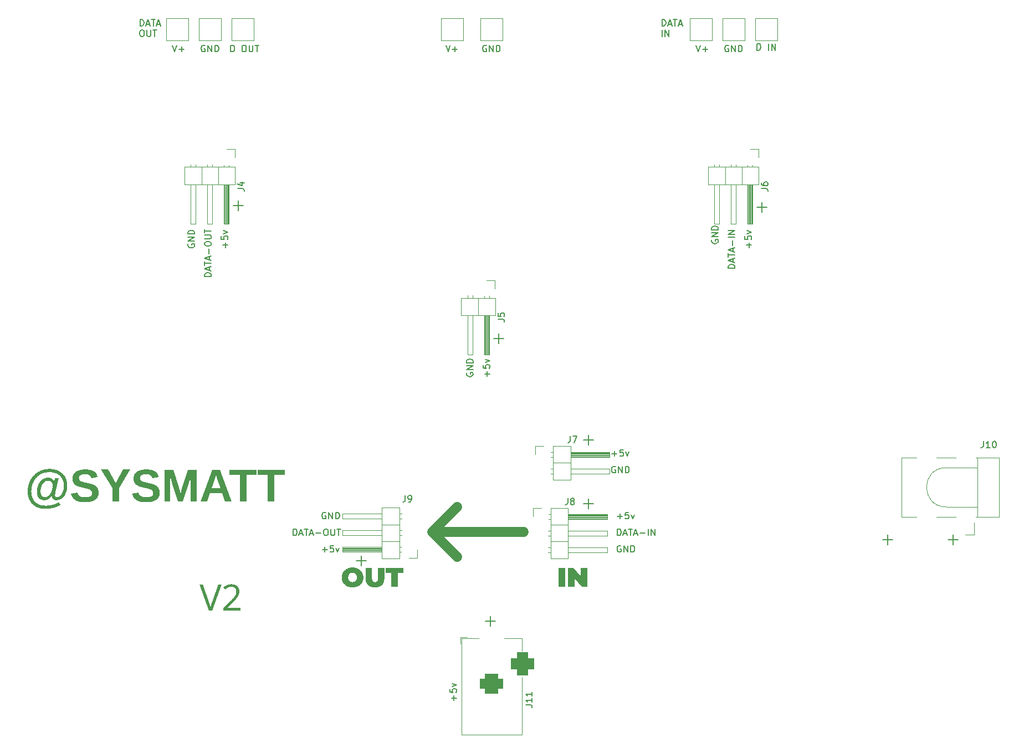
<source format=gto>
G04 #@! TF.GenerationSoftware,KiCad,Pcbnew,7.0.9-1.fc39*
G04 #@! TF.CreationDate,2023-12-29T09:38:10-05:00*
G04 #@! TF.ProjectId,SYSMATT-WS2812-MATRIX-CARRIER,5359534d-4154-4542-9d57-53323831322d,rev?*
G04 #@! TF.SameCoordinates,Original*
G04 #@! TF.FileFunction,Legend,Top*
G04 #@! TF.FilePolarity,Positive*
%FSLAX46Y46*%
G04 Gerber Fmt 4.6, Leading zero omitted, Abs format (unit mm)*
G04 Created by KiCad (PCBNEW 7.0.9-1.fc39) date 2023-12-29 09:38:10*
%MOMM*%
%LPD*%
G01*
G04 APERTURE LIST*
G04 Aperture macros list*
%AMRoundRect*
0 Rectangle with rounded corners*
0 $1 Rounding radius*
0 $2 $3 $4 $5 $6 $7 $8 $9 X,Y pos of 4 corners*
0 Add a 4 corners polygon primitive as box body*
4,1,4,$2,$3,$4,$5,$6,$7,$8,$9,$2,$3,0*
0 Add four circle primitives for the rounded corners*
1,1,$1+$1,$2,$3*
1,1,$1+$1,$4,$5*
1,1,$1+$1,$6,$7*
1,1,$1+$1,$8,$9*
0 Add four rect primitives between the rounded corners*
20,1,$1+$1,$2,$3,$4,$5,0*
20,1,$1+$1,$4,$5,$6,$7,0*
20,1,$1+$1,$6,$7,$8,$9,0*
20,1,$1+$1,$8,$9,$2,$3,0*%
G04 Aperture macros list end*
%ADD10C,0.150000*%
%ADD11C,1.500000*%
%ADD12C,1.000000*%
%ADD13C,0.120000*%
%ADD14C,8.600000*%
%ADD15C,12.800000*%
%ADD16R,3.000000X3.000000*%
%ADD17R,3.500000X3.500000*%
%ADD18RoundRect,0.750000X1.000000X-0.750000X1.000000X0.750000X-1.000000X0.750000X-1.000000X-0.750000X0*%
%ADD19RoundRect,0.875000X0.875000X-0.875000X0.875000X0.875000X-0.875000X0.875000X-0.875000X-0.875000X0*%
%ADD20R,1.700000X1.700000*%
%ADD21O,1.700000X1.700000*%
%ADD22O,1.500000X2.000000*%
%ADD23C,2.000000*%
%ADD24R,2.000000X3.000000*%
%ADD25C,10.600000*%
G04 APERTURE END LIST*
D10*
X140204819Y-109518220D02*
X139204819Y-109518220D01*
X139204819Y-109518220D02*
X139204819Y-109280125D01*
X139204819Y-109280125D02*
X139252438Y-109137268D01*
X139252438Y-109137268D02*
X139347676Y-109042030D01*
X139347676Y-109042030D02*
X139442914Y-108994411D01*
X139442914Y-108994411D02*
X139633390Y-108946792D01*
X139633390Y-108946792D02*
X139776247Y-108946792D01*
X139776247Y-108946792D02*
X139966723Y-108994411D01*
X139966723Y-108994411D02*
X140061961Y-109042030D01*
X140061961Y-109042030D02*
X140157200Y-109137268D01*
X140157200Y-109137268D02*
X140204819Y-109280125D01*
X140204819Y-109280125D02*
X140204819Y-109518220D01*
X139919104Y-108565839D02*
X139919104Y-108089649D01*
X140204819Y-108661077D02*
X139204819Y-108327744D01*
X139204819Y-108327744D02*
X140204819Y-107994411D01*
X139204819Y-107803934D02*
X139204819Y-107232506D01*
X140204819Y-107518220D02*
X139204819Y-107518220D01*
X139919104Y-106946791D02*
X139919104Y-106470601D01*
X140204819Y-107042029D02*
X139204819Y-106708696D01*
X139204819Y-106708696D02*
X140204819Y-106375363D01*
X139823866Y-106042029D02*
X139823866Y-105280125D01*
X140204819Y-104803934D02*
X139204819Y-104803934D01*
X140204819Y-104327744D02*
X139204819Y-104327744D01*
X139204819Y-104327744D02*
X140204819Y-103756316D01*
X140204819Y-103756316D02*
X139204819Y-103756316D01*
X60194819Y-110788220D02*
X59194819Y-110788220D01*
X59194819Y-110788220D02*
X59194819Y-110550125D01*
X59194819Y-110550125D02*
X59242438Y-110407268D01*
X59242438Y-110407268D02*
X59337676Y-110312030D01*
X59337676Y-110312030D02*
X59432914Y-110264411D01*
X59432914Y-110264411D02*
X59623390Y-110216792D01*
X59623390Y-110216792D02*
X59766247Y-110216792D01*
X59766247Y-110216792D02*
X59956723Y-110264411D01*
X59956723Y-110264411D02*
X60051961Y-110312030D01*
X60051961Y-110312030D02*
X60147200Y-110407268D01*
X60147200Y-110407268D02*
X60194819Y-110550125D01*
X60194819Y-110550125D02*
X60194819Y-110788220D01*
X59909104Y-109835839D02*
X59909104Y-109359649D01*
X60194819Y-109931077D02*
X59194819Y-109597744D01*
X59194819Y-109597744D02*
X60194819Y-109264411D01*
X59194819Y-109073934D02*
X59194819Y-108502506D01*
X60194819Y-108788220D02*
X59194819Y-108788220D01*
X59909104Y-108216791D02*
X59909104Y-107740601D01*
X60194819Y-108312029D02*
X59194819Y-107978696D01*
X59194819Y-107978696D02*
X60194819Y-107645363D01*
X59813866Y-107312029D02*
X59813866Y-106550125D01*
X59194819Y-105883458D02*
X59194819Y-105692982D01*
X59194819Y-105692982D02*
X59242438Y-105597744D01*
X59242438Y-105597744D02*
X59337676Y-105502506D01*
X59337676Y-105502506D02*
X59528152Y-105454887D01*
X59528152Y-105454887D02*
X59861485Y-105454887D01*
X59861485Y-105454887D02*
X60051961Y-105502506D01*
X60051961Y-105502506D02*
X60147200Y-105597744D01*
X60147200Y-105597744D02*
X60194819Y-105692982D01*
X60194819Y-105692982D02*
X60194819Y-105883458D01*
X60194819Y-105883458D02*
X60147200Y-105978696D01*
X60147200Y-105978696D02*
X60051961Y-106073934D01*
X60051961Y-106073934D02*
X59861485Y-106121553D01*
X59861485Y-106121553D02*
X59528152Y-106121553D01*
X59528152Y-106121553D02*
X59337676Y-106073934D01*
X59337676Y-106073934D02*
X59242438Y-105978696D01*
X59242438Y-105978696D02*
X59194819Y-105883458D01*
X59194819Y-105026315D02*
X60004342Y-105026315D01*
X60004342Y-105026315D02*
X60099580Y-104978696D01*
X60099580Y-104978696D02*
X60147200Y-104931077D01*
X60147200Y-104931077D02*
X60194819Y-104835839D01*
X60194819Y-104835839D02*
X60194819Y-104645363D01*
X60194819Y-104645363D02*
X60147200Y-104550125D01*
X60147200Y-104550125D02*
X60099580Y-104502506D01*
X60099580Y-104502506D02*
X60004342Y-104454887D01*
X60004342Y-104454887D02*
X59194819Y-104454887D01*
X59194819Y-104121553D02*
X59194819Y-103550125D01*
X60194819Y-103835839D02*
X59194819Y-103835839D01*
X62353866Y-106343220D02*
X62353866Y-105581316D01*
X62734819Y-105962268D02*
X61972914Y-105962268D01*
X61734819Y-104628935D02*
X61734819Y-105105125D01*
X61734819Y-105105125D02*
X62211009Y-105152744D01*
X62211009Y-105152744D02*
X62163390Y-105105125D01*
X62163390Y-105105125D02*
X62115771Y-105009887D01*
X62115771Y-105009887D02*
X62115771Y-104771792D01*
X62115771Y-104771792D02*
X62163390Y-104676554D01*
X62163390Y-104676554D02*
X62211009Y-104628935D01*
X62211009Y-104628935D02*
X62306247Y-104581316D01*
X62306247Y-104581316D02*
X62544342Y-104581316D01*
X62544342Y-104581316D02*
X62639580Y-104628935D01*
X62639580Y-104628935D02*
X62687200Y-104676554D01*
X62687200Y-104676554D02*
X62734819Y-104771792D01*
X62734819Y-104771792D02*
X62734819Y-105009887D01*
X62734819Y-105009887D02*
X62687200Y-105105125D01*
X62687200Y-105105125D02*
X62639580Y-105152744D01*
X62068152Y-104247982D02*
X62734819Y-104009887D01*
X62734819Y-104009887D02*
X62068152Y-103771792D01*
X142363866Y-106343220D02*
X142363866Y-105581316D01*
X142744819Y-105962268D02*
X141982914Y-105962268D01*
X141744819Y-104628935D02*
X141744819Y-105105125D01*
X141744819Y-105105125D02*
X142221009Y-105152744D01*
X142221009Y-105152744D02*
X142173390Y-105105125D01*
X142173390Y-105105125D02*
X142125771Y-105009887D01*
X142125771Y-105009887D02*
X142125771Y-104771792D01*
X142125771Y-104771792D02*
X142173390Y-104676554D01*
X142173390Y-104676554D02*
X142221009Y-104628935D01*
X142221009Y-104628935D02*
X142316247Y-104581316D01*
X142316247Y-104581316D02*
X142554342Y-104581316D01*
X142554342Y-104581316D02*
X142649580Y-104628935D01*
X142649580Y-104628935D02*
X142697200Y-104676554D01*
X142697200Y-104676554D02*
X142744819Y-104771792D01*
X142744819Y-104771792D02*
X142744819Y-105009887D01*
X142744819Y-105009887D02*
X142697200Y-105105125D01*
X142697200Y-105105125D02*
X142649580Y-105152744D01*
X142078152Y-104247982D02*
X142744819Y-104009887D01*
X142744819Y-104009887D02*
X142078152Y-103771792D01*
X136712438Y-105184411D02*
X136664819Y-105279649D01*
X136664819Y-105279649D02*
X136664819Y-105422506D01*
X136664819Y-105422506D02*
X136712438Y-105565363D01*
X136712438Y-105565363D02*
X136807676Y-105660601D01*
X136807676Y-105660601D02*
X136902914Y-105708220D01*
X136902914Y-105708220D02*
X137093390Y-105755839D01*
X137093390Y-105755839D02*
X137236247Y-105755839D01*
X137236247Y-105755839D02*
X137426723Y-105708220D01*
X137426723Y-105708220D02*
X137521961Y-105660601D01*
X137521961Y-105660601D02*
X137617200Y-105565363D01*
X137617200Y-105565363D02*
X137664819Y-105422506D01*
X137664819Y-105422506D02*
X137664819Y-105327268D01*
X137664819Y-105327268D02*
X137617200Y-105184411D01*
X137617200Y-105184411D02*
X137569580Y-105136792D01*
X137569580Y-105136792D02*
X137236247Y-105136792D01*
X137236247Y-105136792D02*
X137236247Y-105327268D01*
X137664819Y-104708220D02*
X136664819Y-104708220D01*
X136664819Y-104708220D02*
X137664819Y-104136792D01*
X137664819Y-104136792D02*
X136664819Y-104136792D01*
X137664819Y-103660601D02*
X136664819Y-103660601D01*
X136664819Y-103660601D02*
X136664819Y-103422506D01*
X136664819Y-103422506D02*
X136712438Y-103279649D01*
X136712438Y-103279649D02*
X136807676Y-103184411D01*
X136807676Y-103184411D02*
X136902914Y-103136792D01*
X136902914Y-103136792D02*
X137093390Y-103089173D01*
X137093390Y-103089173D02*
X137236247Y-103089173D01*
X137236247Y-103089173D02*
X137426723Y-103136792D01*
X137426723Y-103136792D02*
X137521961Y-103184411D01*
X137521961Y-103184411D02*
X137617200Y-103279649D01*
X137617200Y-103279649D02*
X137664819Y-103422506D01*
X137664819Y-103422506D02*
X137664819Y-103660601D01*
X56702438Y-105819411D02*
X56654819Y-105914649D01*
X56654819Y-105914649D02*
X56654819Y-106057506D01*
X56654819Y-106057506D02*
X56702438Y-106200363D01*
X56702438Y-106200363D02*
X56797676Y-106295601D01*
X56797676Y-106295601D02*
X56892914Y-106343220D01*
X56892914Y-106343220D02*
X57083390Y-106390839D01*
X57083390Y-106390839D02*
X57226247Y-106390839D01*
X57226247Y-106390839D02*
X57416723Y-106343220D01*
X57416723Y-106343220D02*
X57511961Y-106295601D01*
X57511961Y-106295601D02*
X57607200Y-106200363D01*
X57607200Y-106200363D02*
X57654819Y-106057506D01*
X57654819Y-106057506D02*
X57654819Y-105962268D01*
X57654819Y-105962268D02*
X57607200Y-105819411D01*
X57607200Y-105819411D02*
X57559580Y-105771792D01*
X57559580Y-105771792D02*
X57226247Y-105771792D01*
X57226247Y-105771792D02*
X57226247Y-105962268D01*
X57654819Y-105343220D02*
X56654819Y-105343220D01*
X56654819Y-105343220D02*
X57654819Y-104771792D01*
X57654819Y-104771792D02*
X56654819Y-104771792D01*
X57654819Y-104295601D02*
X56654819Y-104295601D01*
X56654819Y-104295601D02*
X56654819Y-104057506D01*
X56654819Y-104057506D02*
X56702438Y-103914649D01*
X56702438Y-103914649D02*
X56797676Y-103819411D01*
X56797676Y-103819411D02*
X56892914Y-103771792D01*
X56892914Y-103771792D02*
X57083390Y-103724173D01*
X57083390Y-103724173D02*
X57226247Y-103724173D01*
X57226247Y-103724173D02*
X57416723Y-103771792D01*
X57416723Y-103771792D02*
X57511961Y-103819411D01*
X57511961Y-103819411D02*
X57607200Y-103914649D01*
X57607200Y-103914649D02*
X57654819Y-104057506D01*
X57654819Y-104057506D02*
X57654819Y-104295601D01*
X72726779Y-150364819D02*
X72726779Y-149364819D01*
X72726779Y-149364819D02*
X72964874Y-149364819D01*
X72964874Y-149364819D02*
X73107731Y-149412438D01*
X73107731Y-149412438D02*
X73202969Y-149507676D01*
X73202969Y-149507676D02*
X73250588Y-149602914D01*
X73250588Y-149602914D02*
X73298207Y-149793390D01*
X73298207Y-149793390D02*
X73298207Y-149936247D01*
X73298207Y-149936247D02*
X73250588Y-150126723D01*
X73250588Y-150126723D02*
X73202969Y-150221961D01*
X73202969Y-150221961D02*
X73107731Y-150317200D01*
X73107731Y-150317200D02*
X72964874Y-150364819D01*
X72964874Y-150364819D02*
X72726779Y-150364819D01*
X73679160Y-150079104D02*
X74155350Y-150079104D01*
X73583922Y-150364819D02*
X73917255Y-149364819D01*
X73917255Y-149364819D02*
X74250588Y-150364819D01*
X74441065Y-149364819D02*
X75012493Y-149364819D01*
X74726779Y-150364819D02*
X74726779Y-149364819D01*
X75298208Y-150079104D02*
X75774398Y-150079104D01*
X75202970Y-150364819D02*
X75536303Y-149364819D01*
X75536303Y-149364819D02*
X75869636Y-150364819D01*
X76202970Y-149983866D02*
X76964875Y-149983866D01*
X77631541Y-149364819D02*
X77822017Y-149364819D01*
X77822017Y-149364819D02*
X77917255Y-149412438D01*
X77917255Y-149412438D02*
X78012493Y-149507676D01*
X78012493Y-149507676D02*
X78060112Y-149698152D01*
X78060112Y-149698152D02*
X78060112Y-150031485D01*
X78060112Y-150031485D02*
X78012493Y-150221961D01*
X78012493Y-150221961D02*
X77917255Y-150317200D01*
X77917255Y-150317200D02*
X77822017Y-150364819D01*
X77822017Y-150364819D02*
X77631541Y-150364819D01*
X77631541Y-150364819D02*
X77536303Y-150317200D01*
X77536303Y-150317200D02*
X77441065Y-150221961D01*
X77441065Y-150221961D02*
X77393446Y-150031485D01*
X77393446Y-150031485D02*
X77393446Y-149698152D01*
X77393446Y-149698152D02*
X77441065Y-149507676D01*
X77441065Y-149507676D02*
X77536303Y-149412438D01*
X77536303Y-149412438D02*
X77631541Y-149364819D01*
X78488684Y-149364819D02*
X78488684Y-150174342D01*
X78488684Y-150174342D02*
X78536303Y-150269580D01*
X78536303Y-150269580D02*
X78583922Y-150317200D01*
X78583922Y-150317200D02*
X78679160Y-150364819D01*
X78679160Y-150364819D02*
X78869636Y-150364819D01*
X78869636Y-150364819D02*
X78964874Y-150317200D01*
X78964874Y-150317200D02*
X79012493Y-150269580D01*
X79012493Y-150269580D02*
X79060112Y-150174342D01*
X79060112Y-150174342D02*
X79060112Y-149364819D01*
X79393446Y-149364819D02*
X79964874Y-149364819D01*
X79679160Y-150364819D02*
X79679160Y-149364819D01*
X122256779Y-150364819D02*
X122256779Y-149364819D01*
X122256779Y-149364819D02*
X122494874Y-149364819D01*
X122494874Y-149364819D02*
X122637731Y-149412438D01*
X122637731Y-149412438D02*
X122732969Y-149507676D01*
X122732969Y-149507676D02*
X122780588Y-149602914D01*
X122780588Y-149602914D02*
X122828207Y-149793390D01*
X122828207Y-149793390D02*
X122828207Y-149936247D01*
X122828207Y-149936247D02*
X122780588Y-150126723D01*
X122780588Y-150126723D02*
X122732969Y-150221961D01*
X122732969Y-150221961D02*
X122637731Y-150317200D01*
X122637731Y-150317200D02*
X122494874Y-150364819D01*
X122494874Y-150364819D02*
X122256779Y-150364819D01*
X123209160Y-150079104D02*
X123685350Y-150079104D01*
X123113922Y-150364819D02*
X123447255Y-149364819D01*
X123447255Y-149364819D02*
X123780588Y-150364819D01*
X123971065Y-149364819D02*
X124542493Y-149364819D01*
X124256779Y-150364819D02*
X124256779Y-149364819D01*
X124828208Y-150079104D02*
X125304398Y-150079104D01*
X124732970Y-150364819D02*
X125066303Y-149364819D01*
X125066303Y-149364819D02*
X125399636Y-150364819D01*
X125732970Y-149983866D02*
X126494875Y-149983866D01*
X126971065Y-150364819D02*
X126971065Y-149364819D01*
X127447255Y-150364819D02*
X127447255Y-149364819D01*
X127447255Y-149364819D02*
X128018683Y-150364819D01*
X128018683Y-150364819D02*
X128018683Y-149364819D01*
X99247438Y-125504411D02*
X99199819Y-125599649D01*
X99199819Y-125599649D02*
X99199819Y-125742506D01*
X99199819Y-125742506D02*
X99247438Y-125885363D01*
X99247438Y-125885363D02*
X99342676Y-125980601D01*
X99342676Y-125980601D02*
X99437914Y-126028220D01*
X99437914Y-126028220D02*
X99628390Y-126075839D01*
X99628390Y-126075839D02*
X99771247Y-126075839D01*
X99771247Y-126075839D02*
X99961723Y-126028220D01*
X99961723Y-126028220D02*
X100056961Y-125980601D01*
X100056961Y-125980601D02*
X100152200Y-125885363D01*
X100152200Y-125885363D02*
X100199819Y-125742506D01*
X100199819Y-125742506D02*
X100199819Y-125647268D01*
X100199819Y-125647268D02*
X100152200Y-125504411D01*
X100152200Y-125504411D02*
X100104580Y-125456792D01*
X100104580Y-125456792D02*
X99771247Y-125456792D01*
X99771247Y-125456792D02*
X99771247Y-125647268D01*
X100199819Y-125028220D02*
X99199819Y-125028220D01*
X99199819Y-125028220D02*
X100199819Y-124456792D01*
X100199819Y-124456792D02*
X99199819Y-124456792D01*
X100199819Y-123980601D02*
X99199819Y-123980601D01*
X99199819Y-123980601D02*
X99199819Y-123742506D01*
X99199819Y-123742506D02*
X99247438Y-123599649D01*
X99247438Y-123599649D02*
X99342676Y-123504411D01*
X99342676Y-123504411D02*
X99437914Y-123456792D01*
X99437914Y-123456792D02*
X99628390Y-123409173D01*
X99628390Y-123409173D02*
X99771247Y-123409173D01*
X99771247Y-123409173D02*
X99961723Y-123456792D01*
X99961723Y-123456792D02*
X100056961Y-123504411D01*
X100056961Y-123504411D02*
X100152200Y-123599649D01*
X100152200Y-123599649D02*
X100199819Y-123742506D01*
X100199819Y-123742506D02*
X100199819Y-123980601D01*
X121960588Y-139837438D02*
X121865350Y-139789819D01*
X121865350Y-139789819D02*
X121722493Y-139789819D01*
X121722493Y-139789819D02*
X121579636Y-139837438D01*
X121579636Y-139837438D02*
X121484398Y-139932676D01*
X121484398Y-139932676D02*
X121436779Y-140027914D01*
X121436779Y-140027914D02*
X121389160Y-140218390D01*
X121389160Y-140218390D02*
X121389160Y-140361247D01*
X121389160Y-140361247D02*
X121436779Y-140551723D01*
X121436779Y-140551723D02*
X121484398Y-140646961D01*
X121484398Y-140646961D02*
X121579636Y-140742200D01*
X121579636Y-140742200D02*
X121722493Y-140789819D01*
X121722493Y-140789819D02*
X121817731Y-140789819D01*
X121817731Y-140789819D02*
X121960588Y-140742200D01*
X121960588Y-140742200D02*
X122008207Y-140694580D01*
X122008207Y-140694580D02*
X122008207Y-140361247D01*
X122008207Y-140361247D02*
X121817731Y-140361247D01*
X122436779Y-140789819D02*
X122436779Y-139789819D01*
X122436779Y-139789819D02*
X123008207Y-140789819D01*
X123008207Y-140789819D02*
X123008207Y-139789819D01*
X123484398Y-140789819D02*
X123484398Y-139789819D01*
X123484398Y-139789819D02*
X123722493Y-139789819D01*
X123722493Y-139789819D02*
X123865350Y-139837438D01*
X123865350Y-139837438D02*
X123960588Y-139932676D01*
X123960588Y-139932676D02*
X124008207Y-140027914D01*
X124008207Y-140027914D02*
X124055826Y-140218390D01*
X124055826Y-140218390D02*
X124055826Y-140361247D01*
X124055826Y-140361247D02*
X124008207Y-140551723D01*
X124008207Y-140551723D02*
X123960588Y-140646961D01*
X123960588Y-140646961D02*
X123865350Y-140742200D01*
X123865350Y-140742200D02*
X123722493Y-140789819D01*
X123722493Y-140789819D02*
X123484398Y-140789819D01*
X77695588Y-146872438D02*
X77600350Y-146824819D01*
X77600350Y-146824819D02*
X77457493Y-146824819D01*
X77457493Y-146824819D02*
X77314636Y-146872438D01*
X77314636Y-146872438D02*
X77219398Y-146967676D01*
X77219398Y-146967676D02*
X77171779Y-147062914D01*
X77171779Y-147062914D02*
X77124160Y-147253390D01*
X77124160Y-147253390D02*
X77124160Y-147396247D01*
X77124160Y-147396247D02*
X77171779Y-147586723D01*
X77171779Y-147586723D02*
X77219398Y-147681961D01*
X77219398Y-147681961D02*
X77314636Y-147777200D01*
X77314636Y-147777200D02*
X77457493Y-147824819D01*
X77457493Y-147824819D02*
X77552731Y-147824819D01*
X77552731Y-147824819D02*
X77695588Y-147777200D01*
X77695588Y-147777200D02*
X77743207Y-147729580D01*
X77743207Y-147729580D02*
X77743207Y-147396247D01*
X77743207Y-147396247D02*
X77552731Y-147396247D01*
X78171779Y-147824819D02*
X78171779Y-146824819D01*
X78171779Y-146824819D02*
X78743207Y-147824819D01*
X78743207Y-147824819D02*
X78743207Y-146824819D01*
X79219398Y-147824819D02*
X79219398Y-146824819D01*
X79219398Y-146824819D02*
X79457493Y-146824819D01*
X79457493Y-146824819D02*
X79600350Y-146872438D01*
X79600350Y-146872438D02*
X79695588Y-146967676D01*
X79695588Y-146967676D02*
X79743207Y-147062914D01*
X79743207Y-147062914D02*
X79790826Y-147253390D01*
X79790826Y-147253390D02*
X79790826Y-147396247D01*
X79790826Y-147396247D02*
X79743207Y-147586723D01*
X79743207Y-147586723D02*
X79695588Y-147681961D01*
X79695588Y-147681961D02*
X79600350Y-147777200D01*
X79600350Y-147777200D02*
X79457493Y-147824819D01*
X79457493Y-147824819D02*
X79219398Y-147824819D01*
X122780588Y-151952438D02*
X122685350Y-151904819D01*
X122685350Y-151904819D02*
X122542493Y-151904819D01*
X122542493Y-151904819D02*
X122399636Y-151952438D01*
X122399636Y-151952438D02*
X122304398Y-152047676D01*
X122304398Y-152047676D02*
X122256779Y-152142914D01*
X122256779Y-152142914D02*
X122209160Y-152333390D01*
X122209160Y-152333390D02*
X122209160Y-152476247D01*
X122209160Y-152476247D02*
X122256779Y-152666723D01*
X122256779Y-152666723D02*
X122304398Y-152761961D01*
X122304398Y-152761961D02*
X122399636Y-152857200D01*
X122399636Y-152857200D02*
X122542493Y-152904819D01*
X122542493Y-152904819D02*
X122637731Y-152904819D01*
X122637731Y-152904819D02*
X122780588Y-152857200D01*
X122780588Y-152857200D02*
X122828207Y-152809580D01*
X122828207Y-152809580D02*
X122828207Y-152476247D01*
X122828207Y-152476247D02*
X122637731Y-152476247D01*
X123256779Y-152904819D02*
X123256779Y-151904819D01*
X123256779Y-151904819D02*
X123828207Y-152904819D01*
X123828207Y-152904819D02*
X123828207Y-151904819D01*
X124304398Y-152904819D02*
X124304398Y-151904819D01*
X124304398Y-151904819D02*
X124542493Y-151904819D01*
X124542493Y-151904819D02*
X124685350Y-151952438D01*
X124685350Y-151952438D02*
X124780588Y-152047676D01*
X124780588Y-152047676D02*
X124828207Y-152142914D01*
X124828207Y-152142914D02*
X124875826Y-152333390D01*
X124875826Y-152333390D02*
X124875826Y-152476247D01*
X124875826Y-152476247D02*
X124828207Y-152666723D01*
X124828207Y-152666723D02*
X124780588Y-152761961D01*
X124780588Y-152761961D02*
X124685350Y-152857200D01*
X124685350Y-152857200D02*
X124542493Y-152904819D01*
X124542493Y-152904819D02*
X124304398Y-152904819D01*
X97278866Y-175558220D02*
X97278866Y-174796316D01*
X97659819Y-175177268D02*
X96897914Y-175177268D01*
X96659819Y-173843935D02*
X96659819Y-174320125D01*
X96659819Y-174320125D02*
X97136009Y-174367744D01*
X97136009Y-174367744D02*
X97088390Y-174320125D01*
X97088390Y-174320125D02*
X97040771Y-174224887D01*
X97040771Y-174224887D02*
X97040771Y-173986792D01*
X97040771Y-173986792D02*
X97088390Y-173891554D01*
X97088390Y-173891554D02*
X97136009Y-173843935D01*
X97136009Y-173843935D02*
X97231247Y-173796316D01*
X97231247Y-173796316D02*
X97469342Y-173796316D01*
X97469342Y-173796316D02*
X97564580Y-173843935D01*
X97564580Y-173843935D02*
X97612200Y-173891554D01*
X97612200Y-173891554D02*
X97659819Y-173986792D01*
X97659819Y-173986792D02*
X97659819Y-174224887D01*
X97659819Y-174224887D02*
X97612200Y-174320125D01*
X97612200Y-174320125D02*
X97564580Y-174367744D01*
X96993152Y-173462982D02*
X97659819Y-173224887D01*
X97659819Y-173224887D02*
X96993152Y-172986792D01*
X102358866Y-126028220D02*
X102358866Y-125266316D01*
X102739819Y-125647268D02*
X101977914Y-125647268D01*
X101739819Y-124313935D02*
X101739819Y-124790125D01*
X101739819Y-124790125D02*
X102216009Y-124837744D01*
X102216009Y-124837744D02*
X102168390Y-124790125D01*
X102168390Y-124790125D02*
X102120771Y-124694887D01*
X102120771Y-124694887D02*
X102120771Y-124456792D01*
X102120771Y-124456792D02*
X102168390Y-124361554D01*
X102168390Y-124361554D02*
X102216009Y-124313935D01*
X102216009Y-124313935D02*
X102311247Y-124266316D01*
X102311247Y-124266316D02*
X102549342Y-124266316D01*
X102549342Y-124266316D02*
X102644580Y-124313935D01*
X102644580Y-124313935D02*
X102692200Y-124361554D01*
X102692200Y-124361554D02*
X102739819Y-124456792D01*
X102739819Y-124456792D02*
X102739819Y-124694887D01*
X102739819Y-124694887D02*
X102692200Y-124790125D01*
X102692200Y-124790125D02*
X102644580Y-124837744D01*
X102073152Y-123932982D02*
X102739819Y-123694887D01*
X102739819Y-123694887D02*
X102073152Y-123456792D01*
X121436779Y-137868866D02*
X122198684Y-137868866D01*
X121817731Y-138249819D02*
X121817731Y-137487914D01*
X123151064Y-137249819D02*
X122674874Y-137249819D01*
X122674874Y-137249819D02*
X122627255Y-137726009D01*
X122627255Y-137726009D02*
X122674874Y-137678390D01*
X122674874Y-137678390D02*
X122770112Y-137630771D01*
X122770112Y-137630771D02*
X123008207Y-137630771D01*
X123008207Y-137630771D02*
X123103445Y-137678390D01*
X123103445Y-137678390D02*
X123151064Y-137726009D01*
X123151064Y-137726009D02*
X123198683Y-137821247D01*
X123198683Y-137821247D02*
X123198683Y-138059342D01*
X123198683Y-138059342D02*
X123151064Y-138154580D01*
X123151064Y-138154580D02*
X123103445Y-138202200D01*
X123103445Y-138202200D02*
X123008207Y-138249819D01*
X123008207Y-138249819D02*
X122770112Y-138249819D01*
X122770112Y-138249819D02*
X122674874Y-138202200D01*
X122674874Y-138202200D02*
X122627255Y-138154580D01*
X123532017Y-137583152D02*
X123770112Y-138249819D01*
X123770112Y-138249819D02*
X124008207Y-137583152D01*
X77171779Y-152523866D02*
X77933684Y-152523866D01*
X77552731Y-152904819D02*
X77552731Y-152142914D01*
X78886064Y-151904819D02*
X78409874Y-151904819D01*
X78409874Y-151904819D02*
X78362255Y-152381009D01*
X78362255Y-152381009D02*
X78409874Y-152333390D01*
X78409874Y-152333390D02*
X78505112Y-152285771D01*
X78505112Y-152285771D02*
X78743207Y-152285771D01*
X78743207Y-152285771D02*
X78838445Y-152333390D01*
X78838445Y-152333390D02*
X78886064Y-152381009D01*
X78886064Y-152381009D02*
X78933683Y-152476247D01*
X78933683Y-152476247D02*
X78933683Y-152714342D01*
X78933683Y-152714342D02*
X78886064Y-152809580D01*
X78886064Y-152809580D02*
X78838445Y-152857200D01*
X78838445Y-152857200D02*
X78743207Y-152904819D01*
X78743207Y-152904819D02*
X78505112Y-152904819D01*
X78505112Y-152904819D02*
X78409874Y-152857200D01*
X78409874Y-152857200D02*
X78362255Y-152809580D01*
X79267017Y-152238152D02*
X79505112Y-152904819D01*
X79505112Y-152904819D02*
X79743207Y-152238152D01*
X122256779Y-147443866D02*
X123018684Y-147443866D01*
X122637731Y-147824819D02*
X122637731Y-147062914D01*
X123971064Y-146824819D02*
X123494874Y-146824819D01*
X123494874Y-146824819D02*
X123447255Y-147301009D01*
X123447255Y-147301009D02*
X123494874Y-147253390D01*
X123494874Y-147253390D02*
X123590112Y-147205771D01*
X123590112Y-147205771D02*
X123828207Y-147205771D01*
X123828207Y-147205771D02*
X123923445Y-147253390D01*
X123923445Y-147253390D02*
X123971064Y-147301009D01*
X123971064Y-147301009D02*
X124018683Y-147396247D01*
X124018683Y-147396247D02*
X124018683Y-147634342D01*
X124018683Y-147634342D02*
X123971064Y-147729580D01*
X123971064Y-147729580D02*
X123923445Y-147777200D01*
X123923445Y-147777200D02*
X123828207Y-147824819D01*
X123828207Y-147824819D02*
X123590112Y-147824819D01*
X123590112Y-147824819D02*
X123494874Y-147777200D01*
X123494874Y-147777200D02*
X123447255Y-147729580D01*
X124352017Y-147158152D02*
X124590112Y-147824819D01*
X124590112Y-147824819D02*
X124828207Y-147158152D01*
G36*
X61265917Y-157878325D02*
G01*
X61769057Y-157878325D01*
X60321186Y-161880000D01*
X59860055Y-161880000D01*
X58420000Y-157878325D01*
X58914347Y-157878325D01*
X59837585Y-160467299D01*
X59857235Y-160523009D01*
X59876374Y-160578521D01*
X59895001Y-160633834D01*
X59913117Y-160688949D01*
X59930722Y-160743866D01*
X59947815Y-160798584D01*
X59964397Y-160853103D01*
X59980467Y-160907424D01*
X59996026Y-160961547D01*
X60011074Y-161015471D01*
X60025610Y-161069197D01*
X60039635Y-161122725D01*
X60053148Y-161176053D01*
X60066150Y-161229184D01*
X60078641Y-161282116D01*
X60090621Y-161334849D01*
X60103191Y-161279418D01*
X60116236Y-161224009D01*
X60129753Y-161168623D01*
X60143743Y-161113260D01*
X60158207Y-161057920D01*
X60173144Y-161002603D01*
X60188554Y-160947309D01*
X60204438Y-160892037D01*
X60220794Y-160836789D01*
X60237624Y-160781563D01*
X60254927Y-160726360D01*
X60272704Y-160671181D01*
X60290953Y-160616024D01*
X60309676Y-160560890D01*
X60328872Y-160505779D01*
X60348541Y-160450690D01*
X61265917Y-157878325D01*
G37*
G36*
X64668709Y-161880000D02*
G01*
X62027955Y-161880000D01*
X62027955Y-161488234D01*
X63086015Y-160428220D01*
X63115917Y-160397963D01*
X63145175Y-160368255D01*
X63173788Y-160339093D01*
X63201755Y-160310480D01*
X63229078Y-160282414D01*
X63281789Y-160227925D01*
X63331920Y-160175626D01*
X63379471Y-160125518D01*
X63424442Y-160077601D01*
X63466833Y-160031874D01*
X63506645Y-159988338D01*
X63543877Y-159946992D01*
X63578529Y-159907837D01*
X63610601Y-159870872D01*
X63640093Y-159836098D01*
X63667006Y-159803515D01*
X63702537Y-159758747D01*
X63723000Y-159731639D01*
X63751265Y-159692716D01*
X63778172Y-159653982D01*
X63803723Y-159615436D01*
X63827918Y-159577079D01*
X63850755Y-159538912D01*
X63872236Y-159500933D01*
X63892361Y-159463143D01*
X63911128Y-159425542D01*
X63928539Y-159388130D01*
X63944593Y-159350907D01*
X63954542Y-159326196D01*
X63968335Y-159288927D01*
X63980772Y-159251126D01*
X63991851Y-159212792D01*
X64001574Y-159173926D01*
X64009941Y-159134528D01*
X64016950Y-159094597D01*
X64022603Y-159054134D01*
X64026899Y-159013138D01*
X64029839Y-158971610D01*
X64031422Y-158929550D01*
X64031723Y-158901214D01*
X64030960Y-158861677D01*
X64026953Y-158804318D01*
X64019511Y-158749295D01*
X64008635Y-158696607D01*
X63994323Y-158646255D01*
X63976578Y-158598238D01*
X63955397Y-158552557D01*
X63930782Y-158509212D01*
X63902732Y-158468202D01*
X63871248Y-158429527D01*
X63836329Y-158393189D01*
X63798536Y-158359666D01*
X63758064Y-158329441D01*
X63714913Y-158302513D01*
X63669084Y-158278883D01*
X63620575Y-158258550D01*
X63569387Y-158241514D01*
X63515520Y-158227775D01*
X63458974Y-158217334D01*
X63419788Y-158212205D01*
X63379412Y-158208541D01*
X63337844Y-158206343D01*
X63295087Y-158205610D01*
X63248424Y-158206340D01*
X63202225Y-158208530D01*
X63156489Y-158212179D01*
X63111218Y-158217288D01*
X63066410Y-158223857D01*
X63022065Y-158231885D01*
X62978184Y-158241374D01*
X62934767Y-158252322D01*
X62891814Y-158264729D01*
X62849324Y-158278597D01*
X62821256Y-158288653D01*
X62778860Y-158305225D01*
X62735572Y-158324167D01*
X62691391Y-158345479D01*
X62646317Y-158369161D01*
X62600349Y-158395213D01*
X62553489Y-158423635D01*
X62505736Y-158454427D01*
X62457090Y-158487588D01*
X62424163Y-158511013D01*
X62390839Y-158535491D01*
X62357118Y-158561022D01*
X62323000Y-158587606D01*
X62080711Y-158277906D01*
X62115491Y-158249476D01*
X62150466Y-158221948D01*
X62185635Y-158195322D01*
X62220998Y-158169600D01*
X62256557Y-158144779D01*
X62292310Y-158120862D01*
X62328257Y-158097847D01*
X62364399Y-158075734D01*
X62400736Y-158054524D01*
X62437268Y-158034217D01*
X62473994Y-158014812D01*
X62510915Y-157996309D01*
X62548030Y-157978709D01*
X62585340Y-157962012D01*
X62622845Y-157946218D01*
X62660544Y-157931325D01*
X62698438Y-157917336D01*
X62736526Y-157904249D01*
X62774809Y-157892064D01*
X62813287Y-157880782D01*
X62851960Y-157870403D01*
X62890827Y-157860926D01*
X62929888Y-157852352D01*
X62969145Y-157844680D01*
X63008596Y-157837911D01*
X63048241Y-157832044D01*
X63088081Y-157827080D01*
X63128116Y-157823019D01*
X63168346Y-157819860D01*
X63208770Y-157817604D01*
X63249389Y-157816250D01*
X63290202Y-157815799D01*
X63359956Y-157816928D01*
X63427802Y-157820317D01*
X63493740Y-157825965D01*
X63557770Y-157833872D01*
X63619892Y-157844039D01*
X63680105Y-157856465D01*
X63738410Y-157871150D01*
X63794808Y-157888094D01*
X63849297Y-157907298D01*
X63901878Y-157928761D01*
X63952550Y-157952483D01*
X64001315Y-157978464D01*
X64048171Y-158006705D01*
X64093120Y-158037205D01*
X64136160Y-158069964D01*
X64177292Y-158104982D01*
X64216214Y-158141905D01*
X64252626Y-158180377D01*
X64286526Y-158220398D01*
X64317915Y-158261969D01*
X64346793Y-158305089D01*
X64373159Y-158349759D01*
X64397015Y-158395978D01*
X64418360Y-158443747D01*
X64437193Y-158493065D01*
X64453515Y-158543932D01*
X64467326Y-158596349D01*
X64478627Y-158650315D01*
X64487415Y-158705831D01*
X64493693Y-158762896D01*
X64497460Y-158821510D01*
X64498715Y-158881674D01*
X64497876Y-158929267D01*
X64495357Y-158976792D01*
X64491159Y-159024247D01*
X64485282Y-159071634D01*
X64477726Y-159118952D01*
X64468490Y-159166202D01*
X64457576Y-159213383D01*
X64444982Y-159260495D01*
X64430709Y-159307538D01*
X64414757Y-159354513D01*
X64397126Y-159401419D01*
X64377815Y-159448257D01*
X64356826Y-159495025D01*
X64334157Y-159541725D01*
X64309809Y-159588357D01*
X64283782Y-159634919D01*
X64255576Y-159682222D01*
X64224446Y-159731075D01*
X64190393Y-159781476D01*
X64153417Y-159833428D01*
X64113518Y-159886928D01*
X64070695Y-159941978D01*
X64024949Y-159998578D01*
X63976280Y-160056727D01*
X63924688Y-160116425D01*
X63897795Y-160146855D01*
X63870172Y-160177673D01*
X63841818Y-160208878D01*
X63812733Y-160240470D01*
X63782917Y-160272449D01*
X63752370Y-160304816D01*
X63721093Y-160337571D01*
X63689085Y-160370712D01*
X63656346Y-160404241D01*
X63622876Y-160438158D01*
X63588675Y-160472461D01*
X63553744Y-160507152D01*
X63518081Y-160542231D01*
X63481688Y-160577697D01*
X62602414Y-161435478D01*
X62602414Y-161456971D01*
X64668709Y-161456971D01*
X64668709Y-161880000D01*
G37*
D11*
X93980000Y-149860000D02*
X97790000Y-153670000D01*
D10*
X97790000Y-146050000D02*
X93980000Y-149860000D01*
D11*
X93980000Y-149860000D02*
X97790000Y-146050000D01*
X107950000Y-149860000D02*
X93980000Y-149860000D01*
D10*
G36*
X81879547Y-155240626D02*
G01*
X81966980Y-155246224D01*
X82052748Y-155255460D01*
X82136768Y-155268259D01*
X82218961Y-155284543D01*
X82299243Y-155304238D01*
X82377534Y-155327267D01*
X82453752Y-155353553D01*
X82527816Y-155383020D01*
X82599645Y-155415593D01*
X82669156Y-155451194D01*
X82736269Y-155489749D01*
X82800902Y-155531180D01*
X82862974Y-155575411D01*
X82922403Y-155622366D01*
X82979107Y-155671969D01*
X83033006Y-155724144D01*
X83084018Y-155778814D01*
X83132061Y-155835904D01*
X83177054Y-155895337D01*
X83218916Y-155957037D01*
X83257565Y-156020927D01*
X83292919Y-156086932D01*
X83324898Y-156154975D01*
X83353419Y-156224980D01*
X83378402Y-156296871D01*
X83399765Y-156370571D01*
X83417426Y-156446005D01*
X83431305Y-156523096D01*
X83441318Y-156601769D01*
X83447386Y-156681946D01*
X83449427Y-156763551D01*
X83447386Y-156845088D01*
X83441318Y-156925197D01*
X83431305Y-157003801D01*
X83417426Y-157080824D01*
X83399765Y-157156191D01*
X83378402Y-157229825D01*
X83353419Y-157301650D01*
X83324898Y-157371590D01*
X83292919Y-157439569D01*
X83257565Y-157505512D01*
X83218916Y-157569341D01*
X83177054Y-157630980D01*
X83132061Y-157690355D01*
X83084018Y-157747388D01*
X83033006Y-157802004D01*
X82979107Y-157854126D01*
X82922403Y-157903679D01*
X82862974Y-157950586D01*
X82800902Y-157994772D01*
X82736269Y-158036159D01*
X82669156Y-158074673D01*
X82599645Y-158110237D01*
X82527816Y-158142775D01*
X82453752Y-158172211D01*
X82377534Y-158198468D01*
X82299243Y-158221472D01*
X82218961Y-158241145D01*
X82136768Y-158257412D01*
X82052748Y-158270196D01*
X81966980Y-158279422D01*
X81879547Y-158285013D01*
X81790530Y-158286894D01*
X81701513Y-158285013D01*
X81614079Y-158279422D01*
X81528312Y-158270196D01*
X81444291Y-158257412D01*
X81362099Y-158241145D01*
X81281817Y-158221472D01*
X81203526Y-158198468D01*
X81127307Y-158172211D01*
X81053243Y-158142775D01*
X80981415Y-158110237D01*
X80911903Y-158074673D01*
X80844791Y-158036159D01*
X80780158Y-157994772D01*
X80718086Y-157950586D01*
X80658657Y-157903679D01*
X80601953Y-157854126D01*
X80548054Y-157802004D01*
X80497042Y-157747388D01*
X80448999Y-157690355D01*
X80404006Y-157630980D01*
X80362144Y-157569341D01*
X80323495Y-157505512D01*
X80288141Y-157439569D01*
X80256162Y-157371590D01*
X80227640Y-157301650D01*
X80202658Y-157229825D01*
X80181295Y-157156191D01*
X80163633Y-157080824D01*
X80149755Y-157003801D01*
X80139741Y-156925197D01*
X80133673Y-156845088D01*
X80131632Y-156763551D01*
X81131074Y-156763551D01*
X81131928Y-156805140D01*
X81134463Y-156845677D01*
X81138639Y-156885143D01*
X81144414Y-156923522D01*
X81151748Y-156960797D01*
X81160600Y-156996948D01*
X81170930Y-157031960D01*
X81182697Y-157065813D01*
X81195861Y-157098492D01*
X81210380Y-157129977D01*
X81226214Y-157160253D01*
X81243323Y-157189300D01*
X81261666Y-157217101D01*
X81281202Y-157243639D01*
X81301890Y-157268897D01*
X81323690Y-157292856D01*
X81346561Y-157315500D01*
X81370463Y-157336809D01*
X81395355Y-157356768D01*
X81421196Y-157375358D01*
X81447946Y-157392562D01*
X81475563Y-157408362D01*
X81504008Y-157422741D01*
X81533239Y-157435681D01*
X81563216Y-157447164D01*
X81593899Y-157457174D01*
X81625246Y-157465691D01*
X81657218Y-157472700D01*
X81689772Y-157478181D01*
X81722870Y-157482118D01*
X81756469Y-157484493D01*
X81790530Y-157485289D01*
X81824591Y-157484493D01*
X81858190Y-157482118D01*
X81891287Y-157478181D01*
X81923842Y-157472700D01*
X81955813Y-157465691D01*
X81987161Y-157457174D01*
X82017843Y-157447164D01*
X82047821Y-157435681D01*
X82077052Y-157422741D01*
X82105497Y-157408362D01*
X82133114Y-157392562D01*
X82159864Y-157375358D01*
X82185705Y-157356768D01*
X82210596Y-157336809D01*
X82234498Y-157315500D01*
X82257370Y-157292856D01*
X82279170Y-157268897D01*
X82299858Y-157243639D01*
X82319394Y-157217101D01*
X82337736Y-157189300D01*
X82354845Y-157160253D01*
X82370680Y-157129977D01*
X82385199Y-157098492D01*
X82398363Y-157065813D01*
X82410130Y-157031960D01*
X82420460Y-156996948D01*
X82429312Y-156960797D01*
X82436646Y-156923522D01*
X82442421Y-156885143D01*
X82446596Y-156845677D01*
X82449132Y-156805140D01*
X82449986Y-156763551D01*
X82449132Y-156721896D01*
X82446596Y-156681297D01*
X82442421Y-156641772D01*
X82436646Y-156603339D01*
X82429312Y-156566014D01*
X82420460Y-156529815D01*
X82410130Y-156494760D01*
X82398363Y-156460866D01*
X82385199Y-156428150D01*
X82370680Y-156396631D01*
X82354845Y-156366325D01*
X82337736Y-156337249D01*
X82319394Y-156309422D01*
X82299858Y-156282861D01*
X82279170Y-156257583D01*
X82257370Y-156233606D01*
X82234498Y-156210946D01*
X82210596Y-156189622D01*
X82185705Y-156169651D01*
X82159864Y-156151051D01*
X82133114Y-156133838D01*
X82105497Y-156118030D01*
X82077052Y-156103645D01*
X82047821Y-156090701D01*
X82017843Y-156079213D01*
X81987161Y-156069201D01*
X81955813Y-156060682D01*
X81923842Y-156053672D01*
X81891287Y-156048190D01*
X81858190Y-156044252D01*
X81824591Y-156041877D01*
X81790530Y-156041081D01*
X81756469Y-156041877D01*
X81722870Y-156044252D01*
X81689772Y-156048190D01*
X81657218Y-156053672D01*
X81625246Y-156060682D01*
X81593899Y-156069201D01*
X81563216Y-156079213D01*
X81533239Y-156090701D01*
X81504008Y-156103645D01*
X81475563Y-156118030D01*
X81447946Y-156133838D01*
X81421196Y-156151051D01*
X81395355Y-156169651D01*
X81370463Y-156189622D01*
X81346561Y-156210946D01*
X81323690Y-156233606D01*
X81301890Y-156257583D01*
X81281202Y-156282861D01*
X81261666Y-156309422D01*
X81243323Y-156337249D01*
X81226214Y-156366325D01*
X81210380Y-156396631D01*
X81195861Y-156428150D01*
X81182697Y-156460866D01*
X81170930Y-156494760D01*
X81160600Y-156529815D01*
X81151748Y-156566014D01*
X81144414Y-156603339D01*
X81138639Y-156641772D01*
X81134463Y-156681297D01*
X81131928Y-156721896D01*
X81131074Y-156763551D01*
X80131632Y-156763551D01*
X80133673Y-156681946D01*
X80139741Y-156601769D01*
X80149755Y-156523096D01*
X80163633Y-156446005D01*
X80181295Y-156370571D01*
X80202658Y-156296871D01*
X80227640Y-156224980D01*
X80256162Y-156154975D01*
X80288141Y-156086932D01*
X80323495Y-156020927D01*
X80362144Y-155957037D01*
X80404006Y-155895337D01*
X80448999Y-155835904D01*
X80497042Y-155778814D01*
X80548054Y-155724144D01*
X80601953Y-155671969D01*
X80658657Y-155622366D01*
X80718086Y-155575411D01*
X80780158Y-155531180D01*
X80844791Y-155489749D01*
X80911903Y-155451194D01*
X80981415Y-155415593D01*
X81053243Y-155383020D01*
X81127307Y-155353553D01*
X81203526Y-155327267D01*
X81281817Y-155304238D01*
X81362099Y-155284543D01*
X81444291Y-155268259D01*
X81528312Y-155255460D01*
X81614079Y-155246224D01*
X81701513Y-155240626D01*
X81790530Y-155238743D01*
X81879547Y-155240626D01*
G37*
G36*
X85217501Y-158286894D02*
G01*
X85301032Y-158285411D01*
X85382344Y-158280976D01*
X85461410Y-158273616D01*
X85538202Y-158263355D01*
X85612689Y-158250217D01*
X85684845Y-158234228D01*
X85754641Y-158215411D01*
X85822048Y-158193792D01*
X85887038Y-158169395D01*
X85949582Y-158142245D01*
X86009652Y-158112366D01*
X86067220Y-158079784D01*
X86122257Y-158044523D01*
X86174735Y-158006607D01*
X86224624Y-157966062D01*
X86271898Y-157922911D01*
X86316526Y-157877181D01*
X86358482Y-157828894D01*
X86397736Y-157778077D01*
X86434260Y-157724754D01*
X86468025Y-157668949D01*
X86499004Y-157610687D01*
X86527167Y-157549993D01*
X86552487Y-157486892D01*
X86574934Y-157421408D01*
X86594481Y-157353565D01*
X86611098Y-157283390D01*
X86624758Y-157210905D01*
X86635432Y-157136137D01*
X86643091Y-157059109D01*
X86647708Y-156979846D01*
X86649253Y-156898374D01*
X86649253Y-155285638D01*
X85674724Y-155285638D01*
X85674724Y-156869064D01*
X85674221Y-156910286D01*
X85672722Y-156949884D01*
X85670239Y-156987879D01*
X85666784Y-157024291D01*
X85662369Y-157059142D01*
X85657007Y-157092452D01*
X85650711Y-157124241D01*
X85643491Y-157154531D01*
X85635362Y-157183341D01*
X85616422Y-157236608D01*
X85593989Y-157284207D01*
X85568162Y-157326302D01*
X85539040Y-157363060D01*
X85506722Y-157394645D01*
X85471306Y-157421224D01*
X85432891Y-157442960D01*
X85391576Y-157460020D01*
X85347460Y-157472569D01*
X85300641Y-157480772D01*
X85251218Y-157484794D01*
X85225561Y-157485289D01*
X85174873Y-157483295D01*
X85126740Y-157477203D01*
X85081260Y-157466848D01*
X85038532Y-157452064D01*
X84998655Y-157432687D01*
X84961727Y-157408550D01*
X84927848Y-157379489D01*
X84897116Y-157345338D01*
X84869629Y-157305932D01*
X84845487Y-157261106D01*
X84824788Y-157210694D01*
X84807631Y-157154531D01*
X84800412Y-157124241D01*
X84794115Y-157092452D01*
X84788753Y-157059142D01*
X84784338Y-157024291D01*
X84780883Y-156987879D01*
X84778400Y-156949884D01*
X84776901Y-156910286D01*
X84776399Y-156869064D01*
X84776399Y-155285638D01*
X83785017Y-155285638D01*
X83785017Y-156898374D01*
X83786562Y-156979846D01*
X83791179Y-157059109D01*
X83798839Y-157136137D01*
X83809513Y-157210905D01*
X83823174Y-157283390D01*
X83839794Y-157353565D01*
X83859343Y-157421408D01*
X83881794Y-157486892D01*
X83907119Y-157549993D01*
X83935288Y-157610687D01*
X83966274Y-157668949D01*
X84000048Y-157724754D01*
X84036583Y-157778077D01*
X84075849Y-157828894D01*
X84117819Y-157877181D01*
X84162464Y-157922911D01*
X84209755Y-157966062D01*
X84259666Y-158006607D01*
X84312166Y-158044523D01*
X84367228Y-158079784D01*
X84424824Y-158112366D01*
X84484926Y-158142245D01*
X84547504Y-158169395D01*
X84612531Y-158193792D01*
X84679978Y-158215411D01*
X84749817Y-158234228D01*
X84822020Y-158250217D01*
X84896559Y-158263355D01*
X84973405Y-158273616D01*
X85052529Y-158280976D01*
X85133904Y-158285411D01*
X85217501Y-158286894D01*
G37*
G36*
X88689902Y-158240000D02*
G01*
X88689902Y-156055003D01*
X89551591Y-156055003D01*
X89551591Y-155285638D01*
X86837564Y-155285638D01*
X86837564Y-156055003D01*
X87699253Y-156055003D01*
X87699253Y-158240000D01*
X88689902Y-158240000D01*
G37*
G36*
X114260251Y-158240000D02*
G01*
X114260251Y-155285638D01*
X113268869Y-155285638D01*
X113268869Y-158240000D01*
X114260251Y-158240000D01*
G37*
G36*
X116669462Y-156627997D02*
G01*
X115552051Y-155285638D01*
X114737257Y-155285638D01*
X114737257Y-158240000D01*
X115703726Y-158240000D01*
X115703726Y-156898374D01*
X116821137Y-158240000D01*
X117635931Y-158240000D01*
X117635931Y-155285638D01*
X116669462Y-155285638D01*
X116669462Y-156627997D01*
G37*
X103324874Y-120235533D02*
X104848684Y-120235533D01*
X104086779Y-120997438D02*
X104086779Y-119473628D01*
D12*
G36*
X35552336Y-140198211D02*
G01*
X35603884Y-140199127D01*
X35654994Y-140200654D01*
X35705665Y-140202791D01*
X35755897Y-140205539D01*
X35805690Y-140208897D01*
X35855044Y-140212866D01*
X35903960Y-140217445D01*
X36000474Y-140228436D01*
X36095232Y-140241870D01*
X36188235Y-140257745D01*
X36279483Y-140276064D01*
X36368975Y-140296824D01*
X36456712Y-140320027D01*
X36542693Y-140345673D01*
X36626919Y-140373761D01*
X36709389Y-140404291D01*
X36790103Y-140437264D01*
X36869062Y-140472679D01*
X36946266Y-140510537D01*
X37021609Y-140550622D01*
X37094682Y-140592721D01*
X37165484Y-140636832D01*
X37234015Y-140682957D01*
X37300275Y-140731095D01*
X37364265Y-140781246D01*
X37425984Y-140833410D01*
X37485432Y-140887587D01*
X37542610Y-140943777D01*
X37597517Y-141001980D01*
X37650153Y-141062197D01*
X37700519Y-141124426D01*
X37748613Y-141188669D01*
X37794438Y-141254924D01*
X37837991Y-141323193D01*
X37879274Y-141393475D01*
X37918167Y-141465474D01*
X37954550Y-141538895D01*
X37988425Y-141613737D01*
X38019790Y-141690001D01*
X38048646Y-141767686D01*
X38074992Y-141846793D01*
X38098830Y-141927322D01*
X38120158Y-142009272D01*
X38138977Y-142092644D01*
X38155287Y-142177437D01*
X38169088Y-142263652D01*
X38180379Y-142351288D01*
X38189162Y-142440346D01*
X38195435Y-142530826D01*
X38199198Y-142622727D01*
X38200453Y-142716050D01*
X38199599Y-142794236D01*
X38197038Y-142871564D01*
X38192768Y-142948033D01*
X38186791Y-143023643D01*
X38179106Y-143098395D01*
X38169713Y-143172288D01*
X38158612Y-143245322D01*
X38145804Y-143317498D01*
X38131288Y-143388815D01*
X38115064Y-143459273D01*
X38097132Y-143528873D01*
X38077492Y-143597614D01*
X38056145Y-143665496D01*
X38033089Y-143732520D01*
X38008327Y-143798685D01*
X37981856Y-143863991D01*
X37954030Y-143927833D01*
X37924898Y-143989910D01*
X37894458Y-144050222D01*
X37862711Y-144108768D01*
X37829657Y-144165550D01*
X37795296Y-144220567D01*
X37759628Y-144273818D01*
X37722653Y-144325305D01*
X37684371Y-144375026D01*
X37644782Y-144422983D01*
X37603885Y-144469174D01*
X37561682Y-144513601D01*
X37518171Y-144556262D01*
X37473354Y-144597159D01*
X37427229Y-144636290D01*
X37379797Y-144673656D01*
X37331469Y-144709000D01*
X37282653Y-144742063D01*
X37233352Y-144772846D01*
X37183563Y-144801349D01*
X37133288Y-144827572D01*
X37082527Y-144851515D01*
X37031279Y-144873177D01*
X36979544Y-144892559D01*
X36927323Y-144909661D01*
X36874615Y-144924482D01*
X36821421Y-144937023D01*
X36767740Y-144947284D01*
X36713572Y-144955265D01*
X36658918Y-144960966D01*
X36603777Y-144964386D01*
X36548150Y-144965526D01*
X36490133Y-144964153D01*
X36434692Y-144960031D01*
X36381827Y-144953162D01*
X36331537Y-144943545D01*
X36283824Y-144931180D01*
X36224214Y-144910419D01*
X36169183Y-144884774D01*
X36118731Y-144854243D01*
X36072859Y-144818828D01*
X36062107Y-144809211D01*
X36022322Y-144768224D01*
X35987842Y-144723421D01*
X35958666Y-144674801D01*
X35934795Y-144622365D01*
X35916229Y-144566113D01*
X35902967Y-144506045D01*
X35895011Y-144442160D01*
X35892524Y-144391742D01*
X35892358Y-144374459D01*
X35893352Y-144320062D01*
X35896332Y-144268003D01*
X35901299Y-144218282D01*
X35909409Y-144164319D01*
X35913119Y-144144870D01*
X35892358Y-144144870D01*
X35870186Y-144189397D01*
X35846715Y-144232912D01*
X35821948Y-144275416D01*
X35795882Y-144316909D01*
X35768519Y-144357390D01*
X35725042Y-144416216D01*
X35678646Y-144472766D01*
X35646093Y-144509202D01*
X35612242Y-144544627D01*
X35577094Y-144579041D01*
X35540648Y-144612443D01*
X35502905Y-144644834D01*
X35463865Y-144676213D01*
X35423526Y-144706581D01*
X35381891Y-144735938D01*
X35339544Y-144763740D01*
X35297073Y-144789748D01*
X35254479Y-144813962D01*
X35190354Y-144846921D01*
X35125951Y-144875843D01*
X35061268Y-144900730D01*
X34996307Y-144921582D01*
X34931066Y-144938397D01*
X34865546Y-144951177D01*
X34799747Y-144959921D01*
X34733669Y-144964630D01*
X34689462Y-144965526D01*
X34623082Y-144964162D01*
X34558582Y-144960069D01*
X34495962Y-144953247D01*
X34435221Y-144943697D01*
X34376359Y-144931418D01*
X34319377Y-144916411D01*
X34264274Y-144898674D01*
X34211051Y-144878210D01*
X34159708Y-144855016D01*
X34110244Y-144829094D01*
X34062660Y-144800443D01*
X34016955Y-144769064D01*
X33973129Y-144734955D01*
X33931184Y-144698119D01*
X33891117Y-144658553D01*
X33852930Y-144616259D01*
X33816995Y-144571365D01*
X33783378Y-144524305D01*
X33752080Y-144475080D01*
X33723100Y-144423689D01*
X33696438Y-144370132D01*
X33672095Y-144314409D01*
X33650071Y-144256521D01*
X33630364Y-144196467D01*
X33612976Y-144134247D01*
X33597907Y-144069861D01*
X33585155Y-144003310D01*
X33574723Y-143934593D01*
X33566608Y-143863710D01*
X33560812Y-143790661D01*
X33557335Y-143715447D01*
X33556175Y-143638066D01*
X33556265Y-143630739D01*
X34126482Y-143630739D01*
X34127942Y-143703239D01*
X34132321Y-143772820D01*
X34139620Y-143839481D01*
X34149838Y-143903223D01*
X34162976Y-143964045D01*
X34179033Y-144021948D01*
X34198009Y-144076931D01*
X34219905Y-144128995D01*
X34244721Y-144178139D01*
X34272456Y-144224364D01*
X34292568Y-144253558D01*
X34325483Y-144294152D01*
X34361490Y-144330753D01*
X34400588Y-144363360D01*
X34442777Y-144391975D01*
X34488057Y-144416598D01*
X34536429Y-144437227D01*
X34587891Y-144453864D01*
X34642445Y-144466508D01*
X34700091Y-144475159D01*
X34760827Y-144479817D01*
X34803035Y-144480704D01*
X34859612Y-144478434D01*
X34915768Y-144471622D01*
X34971505Y-144460268D01*
X35026823Y-144444373D01*
X35081720Y-144423937D01*
X35136198Y-144398959D01*
X35190255Y-144369440D01*
X35243893Y-144335380D01*
X35283786Y-144307004D01*
X35322862Y-144276375D01*
X35361123Y-144243492D01*
X35398568Y-144208354D01*
X35435197Y-144170963D01*
X35471011Y-144131318D01*
X35506008Y-144089418D01*
X35540191Y-144045265D01*
X35573557Y-143998858D01*
X35606107Y-143950196D01*
X35627355Y-143916503D01*
X35658267Y-143864318D01*
X35687805Y-143810802D01*
X35715969Y-143755954D01*
X35742759Y-143699776D01*
X35768176Y-143642267D01*
X35792219Y-143583427D01*
X35814887Y-143523256D01*
X35836182Y-143461754D01*
X35856103Y-143398921D01*
X35874651Y-143334757D01*
X35886252Y-143291242D01*
X35902620Y-143226781D01*
X35917379Y-143164832D01*
X35930527Y-143105394D01*
X35942065Y-143048468D01*
X35951994Y-142994054D01*
X35960312Y-142942151D01*
X35967020Y-142892760D01*
X35973460Y-142830812D01*
X35977038Y-142773329D01*
X35977843Y-142733147D01*
X35976040Y-142672625D01*
X35970630Y-142614250D01*
X35961614Y-142558022D01*
X35948992Y-142503940D01*
X35932763Y-142452005D01*
X35912928Y-142402217D01*
X35889486Y-142354575D01*
X35862438Y-142309080D01*
X35831784Y-142265732D01*
X35797523Y-142224530D01*
X35772679Y-142198255D01*
X35733399Y-142161153D01*
X35692036Y-142127701D01*
X35648591Y-142097898D01*
X35603064Y-142071745D01*
X35555455Y-142049241D01*
X35505763Y-142030386D01*
X35453989Y-142015180D01*
X35400133Y-142003624D01*
X35344194Y-141995717D01*
X35286173Y-141991459D01*
X35246336Y-141990648D01*
X35186465Y-141992548D01*
X35127754Y-141998248D01*
X35070202Y-142007747D01*
X35013809Y-142021045D01*
X34958575Y-142038143D01*
X34904501Y-142059041D01*
X34851586Y-142083739D01*
X34799829Y-142112236D01*
X34749232Y-142144532D01*
X34699795Y-142180628D01*
X34667480Y-142206803D01*
X34620393Y-142248910D01*
X34575302Y-142294173D01*
X34532208Y-142342591D01*
X34491110Y-142394164D01*
X34452009Y-142448894D01*
X34414904Y-142506778D01*
X34379795Y-142567819D01*
X34346683Y-142632015D01*
X34325717Y-142676565D01*
X34305638Y-142722518D01*
X34286447Y-142769874D01*
X34268143Y-142818632D01*
X34250989Y-142868029D01*
X34234941Y-142917607D01*
X34220001Y-142967367D01*
X34206167Y-143017308D01*
X34193439Y-143067430D01*
X34181819Y-143117734D01*
X34171305Y-143168219D01*
X34161898Y-143218885D01*
X34153597Y-143269732D01*
X34146403Y-143320761D01*
X34140316Y-143371971D01*
X34135336Y-143423362D01*
X34131463Y-143474934D01*
X34128696Y-143526688D01*
X34127036Y-143578623D01*
X34126482Y-143630739D01*
X33556265Y-143630739D01*
X33557039Y-143567966D01*
X33559629Y-143498409D01*
X33563946Y-143429396D01*
X33569990Y-143360927D01*
X33577761Y-143293002D01*
X33587259Y-143225620D01*
X33598484Y-143158783D01*
X33611435Y-143092489D01*
X33626114Y-143026739D01*
X33642519Y-142961533D01*
X33660651Y-142896871D01*
X33680510Y-142832752D01*
X33702096Y-142769177D01*
X33725409Y-142706146D01*
X33750449Y-142643659D01*
X33777215Y-142581716D01*
X33805666Y-142520875D01*
X33835452Y-142461694D01*
X33866574Y-142404173D01*
X33899031Y-142348312D01*
X33932825Y-142294111D01*
X33967954Y-142241570D01*
X34004418Y-142190689D01*
X34042219Y-142141468D01*
X34081355Y-142093908D01*
X34121827Y-142048007D01*
X34163634Y-142003767D01*
X34206777Y-141961187D01*
X34251256Y-141920266D01*
X34297071Y-141881006D01*
X34344221Y-141843406D01*
X34392707Y-141807466D01*
X34442228Y-141773454D01*
X34492484Y-141741635D01*
X34543475Y-141712011D01*
X34595200Y-141684582D01*
X34647659Y-141659346D01*
X34700854Y-141636306D01*
X34754783Y-141615459D01*
X34809446Y-141596807D01*
X34864845Y-141580349D01*
X34920978Y-141566086D01*
X34977845Y-141554017D01*
X35035447Y-141544142D01*
X35093784Y-141536462D01*
X35152856Y-141530976D01*
X35212662Y-141527684D01*
X35273203Y-141526587D01*
X35355315Y-141528920D01*
X35434040Y-141535918D01*
X35509379Y-141547581D01*
X35581330Y-141563910D01*
X35649895Y-141584905D01*
X35715072Y-141610565D01*
X35776863Y-141640890D01*
X35835266Y-141675881D01*
X35890283Y-141715537D01*
X35941913Y-141759858D01*
X35990156Y-141808845D01*
X36035011Y-141862497D01*
X36076480Y-141920815D01*
X36114562Y-141983798D01*
X36149257Y-142051447D01*
X36180565Y-142123761D01*
X36201325Y-142123761D01*
X36334438Y-141604745D01*
X36870551Y-141604745D01*
X36468771Y-143349860D01*
X36453392Y-143422646D01*
X36439004Y-143492628D01*
X36425609Y-143559804D01*
X36413206Y-143624175D01*
X36401795Y-143685742D01*
X36391377Y-143744503D01*
X36381951Y-143800459D01*
X36373517Y-143853611D01*
X36366075Y-143903957D01*
X36356773Y-143974218D01*
X36349703Y-144038167D01*
X36344866Y-144095805D01*
X36342261Y-144147132D01*
X36341765Y-144177843D01*
X36343733Y-144229238D01*
X36351289Y-144284536D01*
X36364513Y-144332879D01*
X36387103Y-144380488D01*
X36422365Y-144423307D01*
X36464268Y-144454830D01*
X36509377Y-144477346D01*
X36557691Y-144490856D01*
X36609211Y-144495359D01*
X36660516Y-144493244D01*
X36711392Y-144486901D01*
X36761839Y-144476329D01*
X36811856Y-144461527D01*
X36861444Y-144442497D01*
X36910603Y-144419238D01*
X36959332Y-144391750D01*
X37007632Y-144360033D01*
X37055503Y-144324087D01*
X37102944Y-144283912D01*
X37134333Y-144254780D01*
X37180569Y-144208244D01*
X37224937Y-144158852D01*
X37267437Y-144106606D01*
X37308070Y-144051505D01*
X37346835Y-143993548D01*
X37383733Y-143932737D01*
X37418763Y-143869070D01*
X37441078Y-143825040D01*
X37462564Y-143779740D01*
X37483220Y-143733172D01*
X37503046Y-143685335D01*
X37522041Y-143636229D01*
X37531228Y-143611200D01*
X37548973Y-143560505D01*
X37565574Y-143509171D01*
X37581030Y-143457198D01*
X37595341Y-143404586D01*
X37608508Y-143351334D01*
X37620529Y-143297443D01*
X37631405Y-143242913D01*
X37641137Y-143187744D01*
X37649724Y-143131935D01*
X37657165Y-143075487D01*
X37663462Y-143018400D01*
X37668614Y-142960674D01*
X37672621Y-142902309D01*
X37675484Y-142843304D01*
X37677201Y-142783660D01*
X37677773Y-142723377D01*
X37676748Y-142648358D01*
X37673671Y-142574427D01*
X37668543Y-142501584D01*
X37661363Y-142429828D01*
X37652133Y-142359159D01*
X37640851Y-142289579D01*
X37627518Y-142221086D01*
X37612133Y-142153681D01*
X37594697Y-142087363D01*
X37575210Y-142022133D01*
X37553672Y-141957991D01*
X37530083Y-141894936D01*
X37504442Y-141832969D01*
X37476750Y-141772089D01*
X37447007Y-141712298D01*
X37415212Y-141653593D01*
X37381486Y-141596263D01*
X37345947Y-141540593D01*
X37308595Y-141486583D01*
X37269430Y-141434233D01*
X37228452Y-141383543D01*
X37185662Y-141334513D01*
X37141059Y-141287143D01*
X37094644Y-141241434D01*
X37046415Y-141197384D01*
X36996374Y-141154994D01*
X36944520Y-141114265D01*
X36890853Y-141075196D01*
X36835374Y-141037787D01*
X36778082Y-141002037D01*
X36718977Y-140967948D01*
X36658060Y-140935519D01*
X36595606Y-140904908D01*
X36531893Y-140876271D01*
X36466920Y-140849610D01*
X36400689Y-140824923D01*
X36333197Y-140802211D01*
X36264447Y-140781475D01*
X36194437Y-140762713D01*
X36123168Y-140745926D01*
X36050639Y-140731114D01*
X35976851Y-140718277D01*
X35901804Y-140707415D01*
X35825497Y-140698528D01*
X35747931Y-140691615D01*
X35669105Y-140686678D01*
X35589020Y-140683716D01*
X35507676Y-140682728D01*
X35456347Y-140683080D01*
X35405399Y-140684135D01*
X35354833Y-140685894D01*
X35304649Y-140688357D01*
X35254846Y-140691523D01*
X35205425Y-140695393D01*
X35156386Y-140699967D01*
X35107728Y-140705244D01*
X35011557Y-140717910D01*
X34916913Y-140733389D01*
X34823796Y-140751684D01*
X34732205Y-140772793D01*
X34642140Y-140796716D01*
X34553602Y-140823454D01*
X34466591Y-140853006D01*
X34381106Y-140885373D01*
X34297147Y-140920555D01*
X34214715Y-140958551D01*
X34133810Y-140999361D01*
X34054431Y-141042986D01*
X33977017Y-141089116D01*
X33901703Y-141137745D01*
X33828487Y-141188874D01*
X33757370Y-141242502D01*
X33688353Y-141298630D01*
X33621434Y-141357258D01*
X33556614Y-141418386D01*
X33493893Y-141482013D01*
X33433272Y-141548140D01*
X33374749Y-141616766D01*
X33318325Y-141687892D01*
X33264000Y-141761518D01*
X33211774Y-141837644D01*
X33161647Y-141916269D01*
X33113619Y-141997394D01*
X33067690Y-142081018D01*
X33024213Y-142166532D01*
X32983540Y-142253324D01*
X32945673Y-142341395D01*
X32910611Y-142430744D01*
X32878354Y-142521371D01*
X32848901Y-142613277D01*
X32822254Y-142706461D01*
X32798412Y-142800924D01*
X32787543Y-142848635D01*
X32777375Y-142896665D01*
X32767908Y-142945015D01*
X32759142Y-142993685D01*
X32751078Y-143042674D01*
X32743715Y-143091983D01*
X32737053Y-143141612D01*
X32731092Y-143191560D01*
X32725833Y-143241828D01*
X32721275Y-143292415D01*
X32717418Y-143343322D01*
X32714263Y-143394549D01*
X32711808Y-143446095D01*
X32710055Y-143497961D01*
X32709003Y-143550146D01*
X32708653Y-143602651D01*
X32709716Y-143685517D01*
X32712908Y-143767114D01*
X32718227Y-143847443D01*
X32725673Y-143926502D01*
X32735247Y-144004292D01*
X32746949Y-144080814D01*
X32760778Y-144156066D01*
X32776735Y-144230050D01*
X32794820Y-144302765D01*
X32815032Y-144374211D01*
X32837372Y-144444388D01*
X32861839Y-144513295D01*
X32888434Y-144580935D01*
X32917156Y-144647305D01*
X32948006Y-144712406D01*
X32980983Y-144776238D01*
X33016041Y-144838472D01*
X33052825Y-144898779D01*
X33091336Y-144957159D01*
X33131574Y-145013612D01*
X33173539Y-145068137D01*
X33217231Y-145120735D01*
X33262650Y-145171406D01*
X33309795Y-145220150D01*
X33358668Y-145266966D01*
X33409267Y-145311855D01*
X33461593Y-145354817D01*
X33515646Y-145395852D01*
X33571426Y-145434959D01*
X33628933Y-145472139D01*
X33688167Y-145507392D01*
X33749127Y-145540718D01*
X33811619Y-145572069D01*
X33875447Y-145601397D01*
X33940610Y-145628703D01*
X34007109Y-145653986D01*
X34074943Y-145677246D01*
X34144114Y-145698484D01*
X34214620Y-145717699D01*
X34286461Y-145734891D01*
X34359639Y-145750061D01*
X34434152Y-145763208D01*
X34510001Y-145774333D01*
X34587185Y-145783435D01*
X34665706Y-145790514D01*
X34745562Y-145795570D01*
X34826753Y-145798604D01*
X34909281Y-145799616D01*
X34972406Y-145799106D01*
X35035538Y-145797579D01*
X35098677Y-145795033D01*
X35161824Y-145791468D01*
X35224978Y-145786885D01*
X35288139Y-145781283D01*
X35351307Y-145774663D01*
X35414482Y-145767025D01*
X35477664Y-145758368D01*
X35540854Y-145748692D01*
X35604050Y-145737998D01*
X35667254Y-145726286D01*
X35730465Y-145713555D01*
X35793683Y-145699805D01*
X35856908Y-145685037D01*
X35920141Y-145669251D01*
X35983380Y-145652446D01*
X36046627Y-145634623D01*
X36109881Y-145615781D01*
X36173142Y-145595921D01*
X36236410Y-145575042D01*
X36299686Y-145553145D01*
X36362968Y-145530229D01*
X36426258Y-145506295D01*
X36489555Y-145481343D01*
X36552859Y-145455372D01*
X36616170Y-145428382D01*
X36679488Y-145400374D01*
X36742813Y-145371348D01*
X36806146Y-145341303D01*
X36869486Y-145310239D01*
X36932833Y-145278157D01*
X37145324Y-145692149D01*
X37073368Y-145731881D01*
X37001602Y-145770173D01*
X36930028Y-145807024D01*
X36858644Y-145842435D01*
X36787451Y-145876404D01*
X36716449Y-145908933D01*
X36645637Y-145940022D01*
X36575017Y-145969670D01*
X36504587Y-145997877D01*
X36434348Y-146024643D01*
X36364300Y-146049969D01*
X36294443Y-146073855D01*
X36224777Y-146096299D01*
X36155301Y-146117303D01*
X36086016Y-146136866D01*
X36016922Y-146154989D01*
X35947962Y-146171848D01*
X35878772Y-146187618D01*
X35809354Y-146202302D01*
X35739706Y-146215897D01*
X35669830Y-146228405D01*
X35599725Y-146239825D01*
X35529390Y-146250158D01*
X35458827Y-146259403D01*
X35388035Y-146267560D01*
X35317014Y-146274630D01*
X35245763Y-146280612D01*
X35174284Y-146285506D01*
X35102576Y-146289313D01*
X35030639Y-146292032D01*
X34958473Y-146293664D01*
X34886078Y-146294207D01*
X34835587Y-146293888D01*
X34785475Y-146292929D01*
X34735743Y-146291331D01*
X34686390Y-146289094D01*
X34637416Y-146286217D01*
X34540606Y-146278546D01*
X34445314Y-146268319D01*
X34351538Y-146255534D01*
X34259279Y-146240193D01*
X34168537Y-146222294D01*
X34079312Y-146201839D01*
X33991604Y-146178827D01*
X33905413Y-146153257D01*
X33820739Y-146125131D01*
X33737582Y-146094448D01*
X33655942Y-146061208D01*
X33575819Y-146025412D01*
X33497212Y-145987058D01*
X33458478Y-145966922D01*
X33382448Y-145924871D01*
X33308536Y-145880540D01*
X33236742Y-145833929D01*
X33167066Y-145785037D01*
X33099508Y-145733866D01*
X33034068Y-145680414D01*
X32970746Y-145624682D01*
X32909542Y-145566669D01*
X32850457Y-145506376D01*
X32793489Y-145443803D01*
X32738639Y-145378950D01*
X32685908Y-145311817D01*
X32635294Y-145242403D01*
X32586798Y-145170709D01*
X32540421Y-145096735D01*
X32496161Y-145020481D01*
X32454459Y-144942385D01*
X32415447Y-144862887D01*
X32379125Y-144781986D01*
X32345494Y-144699683D01*
X32314553Y-144615978D01*
X32286303Y-144530870D01*
X32260744Y-144444359D01*
X32237875Y-144356446D01*
X32217696Y-144267130D01*
X32200208Y-144176412D01*
X32185410Y-144084291D01*
X32173303Y-143990768D01*
X32163886Y-143895843D01*
X32157160Y-143799515D01*
X32153124Y-143701784D01*
X32152115Y-143652393D01*
X32151779Y-143602651D01*
X32152204Y-143542155D01*
X32153477Y-143482023D01*
X32155600Y-143422256D01*
X32158572Y-143362854D01*
X32162393Y-143303818D01*
X32167063Y-143245146D01*
X32172583Y-143186839D01*
X32178951Y-143128896D01*
X32186169Y-143071319D01*
X32194235Y-143014107D01*
X32203151Y-142957260D01*
X32212916Y-142900777D01*
X32223530Y-142844660D01*
X32234993Y-142788908D01*
X32247306Y-142733520D01*
X32260467Y-142678497D01*
X32274478Y-142623840D01*
X32289337Y-142569547D01*
X32305046Y-142515619D01*
X32321604Y-142462056D01*
X32339011Y-142408858D01*
X32357267Y-142356025D01*
X32376373Y-142303557D01*
X32396327Y-142251454D01*
X32417131Y-142199716D01*
X32438783Y-142148343D01*
X32461285Y-142097334D01*
X32484636Y-142046691D01*
X32508836Y-141996412D01*
X32533885Y-141946499D01*
X32559784Y-141896950D01*
X32586531Y-141847766D01*
X32614026Y-141799034D01*
X32642168Y-141750990D01*
X32670956Y-141703636D01*
X32700390Y-141656971D01*
X32730471Y-141610995D01*
X32761198Y-141565709D01*
X32792572Y-141521112D01*
X32824592Y-141477204D01*
X32857258Y-141433986D01*
X32890571Y-141391457D01*
X32924530Y-141349617D01*
X32959135Y-141308467D01*
X32994387Y-141268006D01*
X33030285Y-141228234D01*
X33066830Y-141189152D01*
X33104021Y-141150758D01*
X33141858Y-141113055D01*
X33180342Y-141076040D01*
X33219472Y-141039715D01*
X33259249Y-141004079D01*
X33299671Y-140969133D01*
X33340741Y-140934875D01*
X33382456Y-140901308D01*
X33424818Y-140868429D01*
X33467827Y-140836240D01*
X33511482Y-140804740D01*
X33555783Y-140773929D01*
X33600731Y-140743808D01*
X33646325Y-140714376D01*
X33692565Y-140685633D01*
X33739452Y-140657580D01*
X33786985Y-140630216D01*
X33835019Y-140603619D01*
X33883408Y-140577866D01*
X33932153Y-140552957D01*
X33981253Y-140528893D01*
X34030709Y-140505673D01*
X34080520Y-140483298D01*
X34130686Y-140461767D01*
X34181208Y-140441080D01*
X34232085Y-140421238D01*
X34283318Y-140402240D01*
X34334906Y-140384086D01*
X34386849Y-140366777D01*
X34439148Y-140350312D01*
X34491802Y-140334692D01*
X34544811Y-140319915D01*
X34598176Y-140305983D01*
X34651897Y-140292896D01*
X34705972Y-140280653D01*
X34760404Y-140269254D01*
X34815190Y-140258700D01*
X34870332Y-140248989D01*
X34925829Y-140240124D01*
X34981682Y-140232102D01*
X35037890Y-140224925D01*
X35094453Y-140218593D01*
X35151372Y-140213104D01*
X35208646Y-140208460D01*
X35266276Y-140204661D01*
X35324261Y-140201706D01*
X35382601Y-140199595D01*
X35441297Y-140198328D01*
X35500348Y-140197906D01*
X35552336Y-140198211D01*
G37*
G36*
X42991277Y-143809036D02*
G01*
X42989216Y-143896878D01*
X42983033Y-143982105D01*
X42972729Y-144064719D01*
X42958304Y-144144718D01*
X42939757Y-144222103D01*
X42917088Y-144296873D01*
X42890297Y-144369030D01*
X42859385Y-144438572D01*
X42824352Y-144505501D01*
X42785197Y-144569815D01*
X42741920Y-144631515D01*
X42694521Y-144690601D01*
X42643002Y-144747072D01*
X42587360Y-144800930D01*
X42527597Y-144852173D01*
X42463712Y-144900802D01*
X42395987Y-144946497D01*
X42324398Y-144989245D01*
X42248945Y-145029044D01*
X42169628Y-145065895D01*
X42086447Y-145099798D01*
X41999403Y-145130753D01*
X41908494Y-145158760D01*
X41813721Y-145183818D01*
X41764885Y-145195242D01*
X41715084Y-145205929D01*
X41664316Y-145215879D01*
X41612583Y-145225092D01*
X41559883Y-145233567D01*
X41506218Y-145241306D01*
X41451587Y-145248308D01*
X41395989Y-145254573D01*
X41339426Y-145260100D01*
X41281896Y-145264891D01*
X41223401Y-145268944D01*
X41163939Y-145272261D01*
X41103512Y-145274841D01*
X41042118Y-145276683D01*
X40979759Y-145277789D01*
X40916434Y-145278157D01*
X40858666Y-145277836D01*
X40801682Y-145276874D01*
X40745484Y-145275270D01*
X40690070Y-145273024D01*
X40635441Y-145270137D01*
X40581597Y-145266608D01*
X40528537Y-145262438D01*
X40476262Y-145257626D01*
X40424772Y-145252172D01*
X40374067Y-145246076D01*
X40324146Y-145239340D01*
X40275010Y-145231961D01*
X40226659Y-145223941D01*
X40132310Y-145205976D01*
X40041101Y-145185444D01*
X39953030Y-145162346D01*
X39868099Y-145136681D01*
X39786306Y-145108450D01*
X39707652Y-145077653D01*
X39632137Y-145044289D01*
X39559761Y-145008358D01*
X39490524Y-144969861D01*
X39457083Y-144949651D01*
X39392458Y-144907266D01*
X39330782Y-144862238D01*
X39272054Y-144814568D01*
X39216274Y-144764255D01*
X39163443Y-144711299D01*
X39113559Y-144655700D01*
X39066623Y-144597459D01*
X39022636Y-144536575D01*
X38981596Y-144473048D01*
X38943505Y-144406878D01*
X38908361Y-144338066D01*
X38876166Y-144266610D01*
X38846919Y-144192512D01*
X38820620Y-144115771D01*
X38797269Y-144036387D01*
X38776866Y-143954361D01*
X39756280Y-143793161D01*
X39776709Y-143862766D01*
X39800444Y-143928701D01*
X39827485Y-143990965D01*
X39857832Y-144049558D01*
X39891484Y-144104481D01*
X39928443Y-144155733D01*
X39968707Y-144203313D01*
X40012277Y-144247223D01*
X40059153Y-144287463D01*
X40109335Y-144324031D01*
X40144626Y-144346371D01*
X40200629Y-144377143D01*
X40260560Y-144404889D01*
X40324420Y-144429608D01*
X40392208Y-144451300D01*
X40439583Y-144464080D01*
X40488703Y-144475514D01*
X40539570Y-144485603D01*
X40592182Y-144494348D01*
X40646540Y-144501746D01*
X40702645Y-144507800D01*
X40760495Y-144512508D01*
X40820091Y-144515871D01*
X40881433Y-144517889D01*
X40944521Y-144518562D01*
X41009812Y-144517926D01*
X41073030Y-144516019D01*
X41134176Y-144512841D01*
X41193248Y-144508392D01*
X41250248Y-144502671D01*
X41305176Y-144495679D01*
X41358030Y-144487415D01*
X41408812Y-144477880D01*
X41457521Y-144467074D01*
X41548721Y-144441648D01*
X41631630Y-144411137D01*
X41706248Y-144375540D01*
X41772575Y-144334859D01*
X41830611Y-144289092D01*
X41880357Y-144238240D01*
X41921811Y-144182302D01*
X41954975Y-144121280D01*
X41979848Y-144055172D01*
X41996429Y-143983979D01*
X42004720Y-143907701D01*
X42005757Y-143867655D01*
X42003849Y-143816898D01*
X41996097Y-143756672D01*
X41982382Y-143700024D01*
X41962704Y-143646954D01*
X41937063Y-143597461D01*
X41905460Y-143551546D01*
X41883635Y-143525715D01*
X41843057Y-143484839D01*
X41797649Y-143446169D01*
X41757845Y-143416822D01*
X41714950Y-143388886D01*
X41668964Y-143362363D01*
X41619886Y-143337252D01*
X41567718Y-143313553D01*
X41540474Y-143302233D01*
X41478841Y-143279068D01*
X41424251Y-143260943D01*
X41362492Y-143242174D01*
X41293562Y-143222761D01*
X41243626Y-143209461D01*
X41190503Y-143195875D01*
X41134194Y-143182003D01*
X41074698Y-143167844D01*
X41012015Y-143153399D01*
X40946146Y-143138669D01*
X40877090Y-143123651D01*
X40804847Y-143108348D01*
X40729418Y-143092759D01*
X40690509Y-143084856D01*
X40624015Y-143069028D01*
X40560087Y-143053601D01*
X40498726Y-143038574D01*
X40439931Y-143023948D01*
X40383703Y-143009723D01*
X40330041Y-142995899D01*
X40278945Y-142982475D01*
X40230416Y-142969452D01*
X40162435Y-142950668D01*
X40100228Y-142932787D01*
X40043796Y-142915807D01*
X39993138Y-142899728D01*
X39934577Y-142879692D01*
X39882084Y-142859733D01*
X39830850Y-142838934D01*
X39780876Y-142817296D01*
X39732161Y-142794818D01*
X39684705Y-142771501D01*
X39638509Y-142747343D01*
X39593572Y-142722347D01*
X39549895Y-142696510D01*
X39507935Y-142669586D01*
X39467539Y-142641327D01*
X39419245Y-142604124D01*
X39373396Y-142564834D01*
X39329992Y-142523457D01*
X39289032Y-142479993D01*
X39258025Y-142443719D01*
X39221907Y-142395908D01*
X39188353Y-142345592D01*
X39163357Y-142303537D01*
X39140001Y-142259879D01*
X39118286Y-142214617D01*
X39098213Y-142167753D01*
X39079780Y-142119286D01*
X39071179Y-142094452D01*
X39055437Y-142043466D01*
X39041793Y-141990648D01*
X39030249Y-141935999D01*
X39020804Y-141879518D01*
X39013457Y-141821205D01*
X39008210Y-141761060D01*
X39005062Y-141699084D01*
X39004012Y-141635275D01*
X39005935Y-141554198D01*
X39011702Y-141475525D01*
X39021314Y-141399256D01*
X39034771Y-141325392D01*
X39052074Y-141253932D01*
X39073221Y-141184876D01*
X39098213Y-141118224D01*
X39127049Y-141053977D01*
X39159731Y-140992134D01*
X39196258Y-140932695D01*
X39236630Y-140875661D01*
X39280846Y-140821031D01*
X39328908Y-140768805D01*
X39380814Y-140718983D01*
X39436565Y-140671565D01*
X39496161Y-140626552D01*
X39559583Y-140584110D01*
X39626507Y-140544406D01*
X39696932Y-140507441D01*
X39770858Y-140473213D01*
X39848286Y-140441724D01*
X39929215Y-140412973D01*
X40013646Y-140386960D01*
X40101578Y-140363686D01*
X40193012Y-140343149D01*
X40287947Y-140325351D01*
X40336728Y-140317479D01*
X40386384Y-140310291D01*
X40436915Y-140303788D01*
X40488322Y-140297969D01*
X40540604Y-140292835D01*
X40593761Y-140288386D01*
X40647794Y-140284621D01*
X40702702Y-140281540D01*
X40758485Y-140279144D01*
X40815144Y-140277433D01*
X40872679Y-140276406D01*
X40931088Y-140276064D01*
X40986827Y-140276336D01*
X41041694Y-140277151D01*
X41095687Y-140278511D01*
X41148808Y-140280414D01*
X41201055Y-140282861D01*
X41252430Y-140285852D01*
X41302931Y-140289387D01*
X41352560Y-140293466D01*
X41401315Y-140298088D01*
X41496207Y-140308965D01*
X41587608Y-140322017D01*
X41675516Y-140337244D01*
X41759932Y-140354646D01*
X41840857Y-140374224D01*
X41918290Y-140395976D01*
X41992230Y-140419905D01*
X42062679Y-140446008D01*
X42129636Y-140474287D01*
X42193101Y-140504741D01*
X42253074Y-140537370D01*
X42281751Y-140554501D01*
X42336978Y-140590574D01*
X42389695Y-140629491D01*
X42439903Y-140671251D01*
X42487602Y-140715853D01*
X42532792Y-140763300D01*
X42575472Y-140813589D01*
X42615643Y-140866721D01*
X42653306Y-140922697D01*
X42688458Y-140981515D01*
X42721102Y-141043177D01*
X42751236Y-141107682D01*
X42778862Y-141175030D01*
X42803978Y-141245221D01*
X42826584Y-141318256D01*
X42846682Y-141394133D01*
X42864270Y-141472854D01*
X41881193Y-141604745D01*
X41865622Y-141549060D01*
X41847304Y-141496038D01*
X41826238Y-141445677D01*
X41802424Y-141397978D01*
X41775863Y-141352941D01*
X41746554Y-141310566D01*
X41714497Y-141270852D01*
X41679692Y-141233801D01*
X41642140Y-141199411D01*
X41601840Y-141167684D01*
X41573447Y-141148011D01*
X41528388Y-141120512D01*
X41479766Y-141095718D01*
X41427581Y-141073629D01*
X41371832Y-141054244D01*
X41312520Y-141037565D01*
X41249644Y-141023590D01*
X41183204Y-141012320D01*
X41113202Y-141003755D01*
X41039635Y-140997894D01*
X40988612Y-140995490D01*
X40936004Y-140994288D01*
X40909106Y-140994138D01*
X40852531Y-140994707D01*
X40797752Y-140996413D01*
X40744768Y-140999257D01*
X40693581Y-141003240D01*
X40644190Y-141008359D01*
X40550796Y-141022012D01*
X40464585Y-141040216D01*
X40385560Y-141062971D01*
X40313718Y-141090276D01*
X40249060Y-141122133D01*
X40191587Y-141158540D01*
X40141298Y-141199498D01*
X40098193Y-141245008D01*
X40062272Y-141295068D01*
X40033535Y-141349679D01*
X40011982Y-141408841D01*
X39997614Y-141472554D01*
X39990430Y-141540818D01*
X39989532Y-141576657D01*
X39991917Y-141634140D01*
X39999073Y-141688283D01*
X40010999Y-141739088D01*
X40027695Y-141786553D01*
X40049162Y-141830679D01*
X40081218Y-141879222D01*
X40087229Y-141886845D01*
X40120055Y-141923762D01*
X40157473Y-141958949D01*
X40199482Y-141992408D01*
X40246082Y-142024136D01*
X40297274Y-142054136D01*
X40341534Y-142076891D01*
X40376657Y-142093230D01*
X40431058Y-142114964D01*
X40479948Y-142132141D01*
X40535772Y-142150069D01*
X40598530Y-142168749D01*
X40668222Y-142188180D01*
X40718535Y-142201551D01*
X40771930Y-142215257D01*
X40828406Y-142229296D01*
X40887964Y-142243669D01*
X40950604Y-142258376D01*
X41016325Y-142273417D01*
X41085128Y-142288792D01*
X41157013Y-142304501D01*
X41242627Y-142323033D01*
X41325140Y-142341385D01*
X41404552Y-142359555D01*
X41480864Y-142377544D01*
X41554074Y-142395352D01*
X41624184Y-142412979D01*
X41691194Y-142430424D01*
X41755102Y-142447688D01*
X41815910Y-142464771D01*
X41873617Y-142481672D01*
X41928224Y-142498392D01*
X41979730Y-142514931D01*
X42028134Y-142531289D01*
X42094928Y-142555485D01*
X42154745Y-142579274D01*
X42209968Y-142603223D01*
X42262980Y-142627903D01*
X42313781Y-142653312D01*
X42362370Y-142679451D01*
X42408749Y-142706321D01*
X42452917Y-142733920D01*
X42494873Y-142762248D01*
X42534619Y-142791307D01*
X42584173Y-142831187D01*
X42629797Y-142872365D01*
X42672463Y-142915222D01*
X42712534Y-142960140D01*
X42750010Y-143007119D01*
X42784891Y-143056158D01*
X42817177Y-143107258D01*
X42846868Y-143160419D01*
X42873964Y-143215641D01*
X42898464Y-143272923D01*
X42920217Y-143332057D01*
X42939070Y-143393442D01*
X42951306Y-143440958D01*
X42961910Y-143489741D01*
X42970883Y-143539791D01*
X42978225Y-143591107D01*
X42983935Y-143643690D01*
X42988014Y-143697539D01*
X42990461Y-143752654D01*
X42991277Y-143809036D01*
G37*
G36*
X46093161Y-143167899D02*
G01*
X46093161Y-145200000D01*
X45083217Y-145200000D01*
X45083217Y-143167899D01*
X43358862Y-140276064D01*
X44421318Y-140276064D01*
X45581472Y-142386322D01*
X46756280Y-140276064D01*
X47817515Y-140276064D01*
X46093161Y-143167899D01*
G37*
G36*
X52321353Y-143809036D02*
G01*
X52319293Y-143896878D01*
X52313110Y-143982105D01*
X52302806Y-144064719D01*
X52288381Y-144144718D01*
X52269833Y-144222103D01*
X52247165Y-144296873D01*
X52220374Y-144369030D01*
X52189462Y-144438572D01*
X52154429Y-144505501D01*
X52115273Y-144569815D01*
X52071997Y-144631515D01*
X52024598Y-144690601D01*
X51973078Y-144747072D01*
X51917437Y-144800930D01*
X51857674Y-144852173D01*
X51793789Y-144900802D01*
X51726064Y-144946497D01*
X51654475Y-144989245D01*
X51579022Y-145029044D01*
X51499705Y-145065895D01*
X51416524Y-145099798D01*
X51329479Y-145130753D01*
X51238570Y-145158760D01*
X51143797Y-145183818D01*
X51094962Y-145195242D01*
X51045161Y-145205929D01*
X50994393Y-145215879D01*
X50942660Y-145225092D01*
X50889960Y-145233567D01*
X50836295Y-145241306D01*
X50781663Y-145248308D01*
X50726066Y-145254573D01*
X50669502Y-145260100D01*
X50611973Y-145264891D01*
X50553478Y-145268944D01*
X50494016Y-145272261D01*
X50433589Y-145274841D01*
X50372195Y-145276683D01*
X50309836Y-145277789D01*
X50246510Y-145278157D01*
X50188742Y-145277836D01*
X50131759Y-145276874D01*
X50075561Y-145275270D01*
X50020147Y-145273024D01*
X49965518Y-145270137D01*
X49911673Y-145266608D01*
X49858614Y-145262438D01*
X49806339Y-145257626D01*
X49754849Y-145252172D01*
X49704143Y-145246076D01*
X49654223Y-145239340D01*
X49605087Y-145231961D01*
X49556735Y-145223941D01*
X49462387Y-145205976D01*
X49371178Y-145185444D01*
X49283107Y-145162346D01*
X49198175Y-145136681D01*
X49116383Y-145108450D01*
X49037729Y-145077653D01*
X48962214Y-145044289D01*
X48889838Y-145008358D01*
X48820601Y-144969861D01*
X48787159Y-144949651D01*
X48722535Y-144907266D01*
X48660859Y-144862238D01*
X48602131Y-144814568D01*
X48546351Y-144764255D01*
X48493519Y-144711299D01*
X48443636Y-144655700D01*
X48396700Y-144597459D01*
X48352712Y-144536575D01*
X48311673Y-144473048D01*
X48273581Y-144406878D01*
X48238438Y-144338066D01*
X48206243Y-144266610D01*
X48176996Y-144192512D01*
X48150697Y-144115771D01*
X48127346Y-144036387D01*
X48106943Y-143954361D01*
X49086357Y-143793161D01*
X49106786Y-143862766D01*
X49130521Y-143928701D01*
X49157562Y-143990965D01*
X49187908Y-144049558D01*
X49221561Y-144104481D01*
X49258519Y-144155733D01*
X49298784Y-144203313D01*
X49342354Y-144247223D01*
X49389230Y-144287463D01*
X49439412Y-144324031D01*
X49474703Y-144346371D01*
X49530706Y-144377143D01*
X49590637Y-144404889D01*
X49654497Y-144429608D01*
X49722285Y-144451300D01*
X49769660Y-144464080D01*
X49818780Y-144475514D01*
X49869646Y-144485603D01*
X49922259Y-144494348D01*
X49976617Y-144501746D01*
X50032721Y-144507800D01*
X50090572Y-144512508D01*
X50150168Y-144515871D01*
X50211510Y-144517889D01*
X50274598Y-144518562D01*
X50339889Y-144517926D01*
X50403107Y-144516019D01*
X50464253Y-144512841D01*
X50523325Y-144508392D01*
X50580325Y-144502671D01*
X50635252Y-144495679D01*
X50688107Y-144487415D01*
X50738889Y-144477880D01*
X50787598Y-144467074D01*
X50878798Y-144441648D01*
X50961707Y-144411137D01*
X51036325Y-144375540D01*
X51102652Y-144334859D01*
X51160688Y-144289092D01*
X51210434Y-144238240D01*
X51251888Y-144182302D01*
X51285052Y-144121280D01*
X51309924Y-144055172D01*
X51326506Y-143983979D01*
X51334797Y-143907701D01*
X51335833Y-143867655D01*
X51333925Y-143816898D01*
X51326173Y-143756672D01*
X51312459Y-143700024D01*
X51292781Y-143646954D01*
X51267140Y-143597461D01*
X51235536Y-143551546D01*
X51213712Y-143525715D01*
X51173134Y-143484839D01*
X51127726Y-143446169D01*
X51087922Y-143416822D01*
X51045027Y-143388886D01*
X50999041Y-143362363D01*
X50949963Y-143337252D01*
X50897794Y-143313553D01*
X50870551Y-143302233D01*
X50808918Y-143279068D01*
X50754328Y-143260943D01*
X50692568Y-143242174D01*
X50623639Y-143222761D01*
X50573703Y-143209461D01*
X50520580Y-143195875D01*
X50464270Y-143182003D01*
X50404774Y-143167844D01*
X50342092Y-143153399D01*
X50276223Y-143138669D01*
X50207167Y-143123651D01*
X50134924Y-143108348D01*
X50059495Y-143092759D01*
X50020586Y-143084856D01*
X49954092Y-143069028D01*
X49890164Y-143053601D01*
X49828803Y-143038574D01*
X49770008Y-143023948D01*
X49713779Y-143009723D01*
X49660118Y-142995899D01*
X49609022Y-142982475D01*
X49560493Y-142969452D01*
X49492512Y-142950668D01*
X49430305Y-142932787D01*
X49373873Y-142915807D01*
X49323215Y-142899728D01*
X49264654Y-142879692D01*
X49212161Y-142859733D01*
X49160927Y-142838934D01*
X49110953Y-142817296D01*
X49062238Y-142794818D01*
X49014782Y-142771501D01*
X48968586Y-142747343D01*
X48923649Y-142722347D01*
X48879972Y-142696510D01*
X48838011Y-142669586D01*
X48797616Y-142641327D01*
X48749322Y-142604124D01*
X48703473Y-142564834D01*
X48660068Y-142523457D01*
X48619109Y-142479993D01*
X48588101Y-142443719D01*
X48551984Y-142395908D01*
X48518430Y-142345592D01*
X48493433Y-142303537D01*
X48470078Y-142259879D01*
X48448363Y-142214617D01*
X48428289Y-142167753D01*
X48409857Y-142119286D01*
X48401256Y-142094452D01*
X48385513Y-142043466D01*
X48371870Y-141990648D01*
X48360326Y-141935999D01*
X48350881Y-141879518D01*
X48343534Y-141821205D01*
X48338287Y-141761060D01*
X48335138Y-141699084D01*
X48334089Y-141635275D01*
X48336011Y-141554198D01*
X48341779Y-141475525D01*
X48351391Y-141399256D01*
X48364848Y-141325392D01*
X48382150Y-141253932D01*
X48403297Y-141184876D01*
X48428289Y-141118224D01*
X48457126Y-141053977D01*
X48489808Y-140992134D01*
X48526335Y-140932695D01*
X48566706Y-140875661D01*
X48610923Y-140821031D01*
X48658984Y-140768805D01*
X48710891Y-140718983D01*
X48766642Y-140671565D01*
X48826238Y-140626552D01*
X48889660Y-140584110D01*
X48956584Y-140544406D01*
X49027009Y-140507441D01*
X49100935Y-140473213D01*
X49178363Y-140441724D01*
X49259292Y-140412973D01*
X49343723Y-140386960D01*
X49431655Y-140363686D01*
X49523089Y-140343149D01*
X49618024Y-140325351D01*
X49666804Y-140317479D01*
X49716460Y-140310291D01*
X49766992Y-140303788D01*
X49818398Y-140297969D01*
X49870680Y-140292835D01*
X49923838Y-140288386D01*
X49977871Y-140284621D01*
X50032779Y-140281540D01*
X50088562Y-140279144D01*
X50145221Y-140277433D01*
X50202755Y-140276406D01*
X50261165Y-140276064D01*
X50316904Y-140276336D01*
X50371771Y-140277151D01*
X50425764Y-140278511D01*
X50478884Y-140280414D01*
X50531132Y-140282861D01*
X50582506Y-140285852D01*
X50633008Y-140289387D01*
X50682636Y-140293466D01*
X50731392Y-140298088D01*
X50826284Y-140308965D01*
X50917684Y-140322017D01*
X51005593Y-140337244D01*
X51090009Y-140354646D01*
X51170934Y-140374224D01*
X51248366Y-140395976D01*
X51322307Y-140419905D01*
X51392756Y-140446008D01*
X51459713Y-140474287D01*
X51523178Y-140504741D01*
X51583151Y-140537370D01*
X51611828Y-140554501D01*
X51667054Y-140590574D01*
X51719772Y-140629491D01*
X51769980Y-140671251D01*
X51817679Y-140715853D01*
X51862868Y-140763300D01*
X51905549Y-140813589D01*
X51945720Y-140866721D01*
X51983382Y-140922697D01*
X52018535Y-140981515D01*
X52051179Y-141043177D01*
X52081313Y-141107682D01*
X52108938Y-141175030D01*
X52134054Y-141245221D01*
X52156661Y-141318256D01*
X52176759Y-141394133D01*
X52194347Y-141472854D01*
X51211270Y-141604745D01*
X51195699Y-141549060D01*
X51177381Y-141496038D01*
X51156315Y-141445677D01*
X51132501Y-141397978D01*
X51105940Y-141352941D01*
X51076631Y-141310566D01*
X51044574Y-141270852D01*
X51009769Y-141233801D01*
X50972217Y-141199411D01*
X50931917Y-141167684D01*
X50903524Y-141148011D01*
X50858465Y-141120512D01*
X50809843Y-141095718D01*
X50757658Y-141073629D01*
X50701909Y-141054244D01*
X50642596Y-141037565D01*
X50579721Y-141023590D01*
X50513281Y-141012320D01*
X50443278Y-141003755D01*
X50369712Y-140997894D01*
X50318688Y-140995490D01*
X50266081Y-140994288D01*
X50239183Y-140994138D01*
X50182608Y-140994707D01*
X50127828Y-140996413D01*
X50074845Y-140999257D01*
X50023658Y-141003240D01*
X49974267Y-141008359D01*
X49880872Y-141022012D01*
X49794662Y-141040216D01*
X49715636Y-141062971D01*
X49643795Y-141090276D01*
X49579137Y-141122133D01*
X49521664Y-141158540D01*
X49471374Y-141199498D01*
X49428269Y-141245008D01*
X49392348Y-141295068D01*
X49363612Y-141349679D01*
X49342059Y-141408841D01*
X49327691Y-141472554D01*
X49320507Y-141540818D01*
X49319609Y-141576657D01*
X49321994Y-141634140D01*
X49329149Y-141688283D01*
X49341075Y-141739088D01*
X49357772Y-141786553D01*
X49379238Y-141830679D01*
X49411295Y-141879222D01*
X49417306Y-141886845D01*
X49450132Y-141923762D01*
X49487550Y-141958949D01*
X49529559Y-141992408D01*
X49576159Y-142024136D01*
X49627351Y-142054136D01*
X49671611Y-142076891D01*
X49706734Y-142093230D01*
X49761135Y-142114964D01*
X49810025Y-142132141D01*
X49865849Y-142150069D01*
X49928607Y-142168749D01*
X49998299Y-142188180D01*
X50048612Y-142201551D01*
X50102006Y-142215257D01*
X50158483Y-142229296D01*
X50218041Y-142243669D01*
X50280680Y-142258376D01*
X50346402Y-142273417D01*
X50415205Y-142288792D01*
X50487090Y-142304501D01*
X50572703Y-142323033D01*
X50655216Y-142341385D01*
X50734629Y-142359555D01*
X50810940Y-142377544D01*
X50884151Y-142395352D01*
X50954261Y-142412979D01*
X51021271Y-142430424D01*
X51085179Y-142447688D01*
X51145987Y-142464771D01*
X51203694Y-142481672D01*
X51258301Y-142498392D01*
X51309806Y-142514931D01*
X51358211Y-142531289D01*
X51425005Y-142555485D01*
X51484822Y-142579274D01*
X51540045Y-142603223D01*
X51593056Y-142627903D01*
X51643857Y-142653312D01*
X51692447Y-142679451D01*
X51738826Y-142706321D01*
X51782993Y-142733920D01*
X51824950Y-142762248D01*
X51864696Y-142791307D01*
X51914250Y-142831187D01*
X51959874Y-142872365D01*
X52002540Y-142915222D01*
X52042611Y-142960140D01*
X52080087Y-143007119D01*
X52114968Y-143056158D01*
X52147254Y-143107258D01*
X52176945Y-143160419D01*
X52204040Y-143215641D01*
X52228541Y-143272923D01*
X52250294Y-143332057D01*
X52269146Y-143393442D01*
X52281382Y-143440958D01*
X52291987Y-143489741D01*
X52300960Y-143539791D01*
X52308302Y-143591107D01*
X52314012Y-143643690D01*
X52318090Y-143697539D01*
X52320538Y-143752654D01*
X52321353Y-143809036D01*
G37*
G36*
X57058443Y-145200000D02*
G01*
X57058443Y-142262979D01*
X57058520Y-142212986D01*
X57058749Y-142163145D01*
X57059130Y-142113457D01*
X57059665Y-142063921D01*
X57061568Y-142003271D01*
X57063934Y-141937173D01*
X57066285Y-141874125D01*
X57069129Y-141799528D01*
X57071299Y-141743381D01*
X57073689Y-141682101D01*
X57076299Y-141615688D01*
X57079128Y-141544142D01*
X57082176Y-141467463D01*
X57085444Y-141385651D01*
X57088931Y-141298707D01*
X57092637Y-141206629D01*
X57077497Y-141263935D01*
X57062608Y-141320145D01*
X57047969Y-141375257D01*
X57033580Y-141429272D01*
X57019442Y-141482189D01*
X57005554Y-141534010D01*
X56991917Y-141584733D01*
X56978530Y-141634359D01*
X56965394Y-141682888D01*
X56952508Y-141730320D01*
X56927487Y-141821892D01*
X56903468Y-141909075D01*
X56880451Y-141991870D01*
X56858436Y-142070275D01*
X56837423Y-142144293D01*
X56817411Y-142213921D01*
X56798401Y-142279160D01*
X56780393Y-142340011D01*
X56763387Y-142396473D01*
X56747382Y-142448547D01*
X56732379Y-142496231D01*
X55859211Y-145200000D01*
X55138695Y-145200000D01*
X54265526Y-142496231D01*
X53897941Y-141206629D01*
X53900495Y-141255944D01*
X53905361Y-141351418D01*
X53909903Y-141442685D01*
X53914120Y-141529744D01*
X53918012Y-141612596D01*
X53921580Y-141691240D01*
X53924824Y-141765677D01*
X53927744Y-141835906D01*
X53930339Y-141901928D01*
X53932610Y-141963742D01*
X53934556Y-142021349D01*
X53936178Y-142074749D01*
X53937475Y-142123941D01*
X53938813Y-142189840D01*
X53939422Y-142246272D01*
X53939462Y-142262979D01*
X53939462Y-145200000D01*
X53039427Y-145200000D01*
X53039427Y-140354221D01*
X54396196Y-140354221D01*
X55262037Y-143064096D01*
X55337752Y-143325436D01*
X55502616Y-143975122D01*
X55718771Y-143198429D01*
X56609036Y-140354221D01*
X57958478Y-140354221D01*
X57958478Y-145200000D01*
X57058443Y-145200000D01*
G37*
G36*
X63291521Y-145200000D02*
G01*
X62288904Y-145200000D01*
X61859036Y-143929937D01*
X60015003Y-143929937D01*
X59585136Y-145200000D01*
X58571528Y-145200000D01*
X59312057Y-143167899D01*
X60240928Y-143167899D01*
X61631891Y-143167899D01*
X61154396Y-141790369D01*
X61006629Y-141327529D01*
X60934577Y-141093056D01*
X60913817Y-141167550D01*
X60900479Y-141214963D01*
X60886110Y-141264694D01*
X60870712Y-141316743D01*
X60854282Y-141371111D01*
X60839804Y-141418189D01*
X60830774Y-141447208D01*
X60811139Y-141508288D01*
X60795526Y-141555329D01*
X60776048Y-141613370D01*
X60752707Y-141682411D01*
X60725502Y-141762453D01*
X60694432Y-141853496D01*
X60677449Y-141903142D01*
X60659499Y-141955539D01*
X60640583Y-142010685D01*
X60620701Y-142068582D01*
X60599854Y-142129229D01*
X60578040Y-142192626D01*
X60555260Y-142258773D01*
X60531515Y-142327670D01*
X60506803Y-142399318D01*
X60481125Y-142473715D01*
X60454481Y-142550863D01*
X60426872Y-142630760D01*
X60398296Y-142713408D01*
X60368754Y-142798806D01*
X60338247Y-142886954D01*
X60306773Y-142977852D01*
X60274333Y-143071501D01*
X60240928Y-143167899D01*
X59312057Y-143167899D01*
X60337404Y-140354221D01*
X61532972Y-140354221D01*
X63291521Y-145200000D01*
G37*
G36*
X65584961Y-141137020D02*
G01*
X65584961Y-145200000D01*
X64571353Y-145200000D01*
X64571353Y-141137020D01*
X63009420Y-141137020D01*
X63009420Y-140354221D01*
X67151779Y-140354221D01*
X67151779Y-141137020D01*
X65584961Y-141137020D01*
G37*
G36*
X69859211Y-141137020D02*
G01*
X69859211Y-145200000D01*
X68845603Y-145200000D01*
X68845603Y-141137020D01*
X67283670Y-141137020D01*
X67283670Y-140354221D01*
X71426029Y-140354221D01*
X71426029Y-141137020D01*
X69859211Y-141137020D01*
G37*
D10*
X82324874Y-154235533D02*
X83848684Y-154235533D01*
X83086779Y-154997438D02*
X83086779Y-153473628D01*
X172824874Y-150985533D02*
X174348684Y-150985533D01*
X173586779Y-151747438D02*
X173586779Y-150223628D01*
X117074874Y-145485533D02*
X118598684Y-145485533D01*
X117836779Y-146247438D02*
X117836779Y-144723628D01*
X143574874Y-100235533D02*
X145098684Y-100235533D01*
X144336779Y-100997438D02*
X144336779Y-99473628D01*
X102074874Y-163485533D02*
X103598684Y-163485533D01*
X102836779Y-164247438D02*
X102836779Y-162723628D01*
X162824874Y-150985533D02*
X164348684Y-150985533D01*
X163586779Y-151747438D02*
X163586779Y-150223628D01*
X117074874Y-135735533D02*
X118598684Y-135735533D01*
X117836779Y-136497438D02*
X117836779Y-134973628D01*
X63574874Y-99985533D02*
X65098684Y-99985533D01*
X64336779Y-100747438D02*
X64336779Y-99223628D01*
X49336779Y-72509819D02*
X49336779Y-71509819D01*
X49336779Y-71509819D02*
X49574874Y-71509819D01*
X49574874Y-71509819D02*
X49717731Y-71557438D01*
X49717731Y-71557438D02*
X49812969Y-71652676D01*
X49812969Y-71652676D02*
X49860588Y-71747914D01*
X49860588Y-71747914D02*
X49908207Y-71938390D01*
X49908207Y-71938390D02*
X49908207Y-72081247D01*
X49908207Y-72081247D02*
X49860588Y-72271723D01*
X49860588Y-72271723D02*
X49812969Y-72366961D01*
X49812969Y-72366961D02*
X49717731Y-72462200D01*
X49717731Y-72462200D02*
X49574874Y-72509819D01*
X49574874Y-72509819D02*
X49336779Y-72509819D01*
X50289160Y-72224104D02*
X50765350Y-72224104D01*
X50193922Y-72509819D02*
X50527255Y-71509819D01*
X50527255Y-71509819D02*
X50860588Y-72509819D01*
X51051065Y-71509819D02*
X51622493Y-71509819D01*
X51336779Y-72509819D02*
X51336779Y-71509819D01*
X51908208Y-72224104D02*
X52384398Y-72224104D01*
X51812970Y-72509819D02*
X52146303Y-71509819D01*
X52146303Y-71509819D02*
X52479636Y-72509819D01*
X49527255Y-73119819D02*
X49717731Y-73119819D01*
X49717731Y-73119819D02*
X49812969Y-73167438D01*
X49812969Y-73167438D02*
X49908207Y-73262676D01*
X49908207Y-73262676D02*
X49955826Y-73453152D01*
X49955826Y-73453152D02*
X49955826Y-73786485D01*
X49955826Y-73786485D02*
X49908207Y-73976961D01*
X49908207Y-73976961D02*
X49812969Y-74072200D01*
X49812969Y-74072200D02*
X49717731Y-74119819D01*
X49717731Y-74119819D02*
X49527255Y-74119819D01*
X49527255Y-74119819D02*
X49432017Y-74072200D01*
X49432017Y-74072200D02*
X49336779Y-73976961D01*
X49336779Y-73976961D02*
X49289160Y-73786485D01*
X49289160Y-73786485D02*
X49289160Y-73453152D01*
X49289160Y-73453152D02*
X49336779Y-73262676D01*
X49336779Y-73262676D02*
X49432017Y-73167438D01*
X49432017Y-73167438D02*
X49527255Y-73119819D01*
X50384398Y-73119819D02*
X50384398Y-73929342D01*
X50384398Y-73929342D02*
X50432017Y-74024580D01*
X50432017Y-74024580D02*
X50479636Y-74072200D01*
X50479636Y-74072200D02*
X50574874Y-74119819D01*
X50574874Y-74119819D02*
X50765350Y-74119819D01*
X50765350Y-74119819D02*
X50860588Y-74072200D01*
X50860588Y-74072200D02*
X50908207Y-74024580D01*
X50908207Y-74024580D02*
X50955826Y-73929342D01*
X50955826Y-73929342D02*
X50955826Y-73119819D01*
X51289160Y-73119819D02*
X51860588Y-73119819D01*
X51574874Y-74119819D02*
X51574874Y-73119819D01*
X129086779Y-72509819D02*
X129086779Y-71509819D01*
X129086779Y-71509819D02*
X129324874Y-71509819D01*
X129324874Y-71509819D02*
X129467731Y-71557438D01*
X129467731Y-71557438D02*
X129562969Y-71652676D01*
X129562969Y-71652676D02*
X129610588Y-71747914D01*
X129610588Y-71747914D02*
X129658207Y-71938390D01*
X129658207Y-71938390D02*
X129658207Y-72081247D01*
X129658207Y-72081247D02*
X129610588Y-72271723D01*
X129610588Y-72271723D02*
X129562969Y-72366961D01*
X129562969Y-72366961D02*
X129467731Y-72462200D01*
X129467731Y-72462200D02*
X129324874Y-72509819D01*
X129324874Y-72509819D02*
X129086779Y-72509819D01*
X130039160Y-72224104D02*
X130515350Y-72224104D01*
X129943922Y-72509819D02*
X130277255Y-71509819D01*
X130277255Y-71509819D02*
X130610588Y-72509819D01*
X130801065Y-71509819D02*
X131372493Y-71509819D01*
X131086779Y-72509819D02*
X131086779Y-71509819D01*
X131658208Y-72224104D02*
X132134398Y-72224104D01*
X131562970Y-72509819D02*
X131896303Y-71509819D01*
X131896303Y-71509819D02*
X132229636Y-72509819D01*
X129086779Y-74119819D02*
X129086779Y-73119819D01*
X129562969Y-74119819D02*
X129562969Y-73119819D01*
X129562969Y-73119819D02*
X130134397Y-74119819D01*
X130134397Y-74119819D02*
X130134397Y-73119819D01*
X54297619Y-75454819D02*
X54630952Y-76454819D01*
X54630952Y-76454819D02*
X54964285Y-75454819D01*
X55297619Y-76073866D02*
X56059524Y-76073866D01*
X55678571Y-76454819D02*
X55678571Y-75692914D01*
X134297619Y-75454819D02*
X134630952Y-76454819D01*
X134630952Y-76454819D02*
X134964285Y-75454819D01*
X135297619Y-76073866D02*
X136059524Y-76073866D01*
X135678571Y-76454819D02*
X135678571Y-75692914D01*
X108247319Y-176259523D02*
X108961604Y-176259523D01*
X108961604Y-176259523D02*
X109104461Y-176307142D01*
X109104461Y-176307142D02*
X109199700Y-176402380D01*
X109199700Y-176402380D02*
X109247319Y-176545237D01*
X109247319Y-176545237D02*
X109247319Y-176640475D01*
X109247319Y-175259523D02*
X109247319Y-175830951D01*
X109247319Y-175545237D02*
X108247319Y-175545237D01*
X108247319Y-175545237D02*
X108390176Y-175640475D01*
X108390176Y-175640475D02*
X108485414Y-175735713D01*
X108485414Y-175735713D02*
X108533033Y-175830951D01*
X109247319Y-174307142D02*
X109247319Y-174878570D01*
X109247319Y-174592856D02*
X108247319Y-174592856D01*
X108247319Y-174592856D02*
X108390176Y-174688094D01*
X108390176Y-174688094D02*
X108485414Y-174783332D01*
X108485414Y-174783332D02*
X108533033Y-174878570D01*
X115051666Y-135184819D02*
X115051666Y-135899104D01*
X115051666Y-135899104D02*
X115004047Y-136041961D01*
X115004047Y-136041961D02*
X114908809Y-136137200D01*
X114908809Y-136137200D02*
X114765952Y-136184819D01*
X114765952Y-136184819D02*
X114670714Y-136184819D01*
X115432619Y-135184819D02*
X116099285Y-135184819D01*
X116099285Y-135184819D02*
X115670714Y-136184819D01*
X144249819Y-97343333D02*
X144964104Y-97343333D01*
X144964104Y-97343333D02*
X145106961Y-97390952D01*
X145106961Y-97390952D02*
X145202200Y-97486190D01*
X145202200Y-97486190D02*
X145249819Y-97629047D01*
X145249819Y-97629047D02*
X145249819Y-97724285D01*
X144249819Y-96438571D02*
X144249819Y-96629047D01*
X144249819Y-96629047D02*
X144297438Y-96724285D01*
X144297438Y-96724285D02*
X144345057Y-96771904D01*
X144345057Y-96771904D02*
X144487914Y-96867142D01*
X144487914Y-96867142D02*
X144678390Y-96914761D01*
X144678390Y-96914761D02*
X145059342Y-96914761D01*
X145059342Y-96914761D02*
X145154580Y-96867142D01*
X145154580Y-96867142D02*
X145202200Y-96819523D01*
X145202200Y-96819523D02*
X145249819Y-96724285D01*
X145249819Y-96724285D02*
X145249819Y-96533809D01*
X145249819Y-96533809D02*
X145202200Y-96438571D01*
X145202200Y-96438571D02*
X145154580Y-96390952D01*
X145154580Y-96390952D02*
X145059342Y-96343333D01*
X145059342Y-96343333D02*
X144821247Y-96343333D01*
X144821247Y-96343333D02*
X144726009Y-96390952D01*
X144726009Y-96390952D02*
X144678390Y-96438571D01*
X144678390Y-96438571D02*
X144630771Y-96533809D01*
X144630771Y-96533809D02*
X144630771Y-96724285D01*
X144630771Y-96724285D02*
X144678390Y-96819523D01*
X144678390Y-96819523D02*
X144726009Y-96867142D01*
X144726009Y-96867142D02*
X144821247Y-96914761D01*
X102238095Y-75502438D02*
X102142857Y-75454819D01*
X102142857Y-75454819D02*
X102000000Y-75454819D01*
X102000000Y-75454819D02*
X101857143Y-75502438D01*
X101857143Y-75502438D02*
X101761905Y-75597676D01*
X101761905Y-75597676D02*
X101714286Y-75692914D01*
X101714286Y-75692914D02*
X101666667Y-75883390D01*
X101666667Y-75883390D02*
X101666667Y-76026247D01*
X101666667Y-76026247D02*
X101714286Y-76216723D01*
X101714286Y-76216723D02*
X101761905Y-76311961D01*
X101761905Y-76311961D02*
X101857143Y-76407200D01*
X101857143Y-76407200D02*
X102000000Y-76454819D01*
X102000000Y-76454819D02*
X102095238Y-76454819D01*
X102095238Y-76454819D02*
X102238095Y-76407200D01*
X102238095Y-76407200D02*
X102285714Y-76359580D01*
X102285714Y-76359580D02*
X102285714Y-76026247D01*
X102285714Y-76026247D02*
X102095238Y-76026247D01*
X102714286Y-76454819D02*
X102714286Y-75454819D01*
X102714286Y-75454819D02*
X103285714Y-76454819D01*
X103285714Y-76454819D02*
X103285714Y-75454819D01*
X103761905Y-76454819D02*
X103761905Y-75454819D01*
X103761905Y-75454819D02*
X104000000Y-75454819D01*
X104000000Y-75454819D02*
X104142857Y-75502438D01*
X104142857Y-75502438D02*
X104238095Y-75597676D01*
X104238095Y-75597676D02*
X104285714Y-75692914D01*
X104285714Y-75692914D02*
X104333333Y-75883390D01*
X104333333Y-75883390D02*
X104333333Y-76026247D01*
X104333333Y-76026247D02*
X104285714Y-76216723D01*
X104285714Y-76216723D02*
X104238095Y-76311961D01*
X104238095Y-76311961D02*
X104142857Y-76407200D01*
X104142857Y-76407200D02*
X104000000Y-76454819D01*
X104000000Y-76454819D02*
X103761905Y-76454819D01*
X89836666Y-144234819D02*
X89836666Y-144949104D01*
X89836666Y-144949104D02*
X89789047Y-145091961D01*
X89789047Y-145091961D02*
X89693809Y-145187200D01*
X89693809Y-145187200D02*
X89550952Y-145234819D01*
X89550952Y-145234819D02*
X89455714Y-145234819D01*
X90360476Y-145234819D02*
X90550952Y-145234819D01*
X90550952Y-145234819D02*
X90646190Y-145187200D01*
X90646190Y-145187200D02*
X90693809Y-145139580D01*
X90693809Y-145139580D02*
X90789047Y-144996723D01*
X90789047Y-144996723D02*
X90836666Y-144806247D01*
X90836666Y-144806247D02*
X90836666Y-144425295D01*
X90836666Y-144425295D02*
X90789047Y-144330057D01*
X90789047Y-144330057D02*
X90741428Y-144282438D01*
X90741428Y-144282438D02*
X90646190Y-144234819D01*
X90646190Y-144234819D02*
X90455714Y-144234819D01*
X90455714Y-144234819D02*
X90360476Y-144282438D01*
X90360476Y-144282438D02*
X90312857Y-144330057D01*
X90312857Y-144330057D02*
X90265238Y-144425295D01*
X90265238Y-144425295D02*
X90265238Y-144663390D01*
X90265238Y-144663390D02*
X90312857Y-144758628D01*
X90312857Y-144758628D02*
X90360476Y-144806247D01*
X90360476Y-144806247D02*
X90455714Y-144853866D01*
X90455714Y-144853866D02*
X90646190Y-144853866D01*
X90646190Y-144853866D02*
X90741428Y-144806247D01*
X90741428Y-144806247D02*
X90789047Y-144758628D01*
X90789047Y-144758628D02*
X90836666Y-144663390D01*
X64249819Y-97343333D02*
X64964104Y-97343333D01*
X64964104Y-97343333D02*
X65106961Y-97390952D01*
X65106961Y-97390952D02*
X65202200Y-97486190D01*
X65202200Y-97486190D02*
X65249819Y-97629047D01*
X65249819Y-97629047D02*
X65249819Y-97724285D01*
X64583152Y-96438571D02*
X65249819Y-96438571D01*
X64202200Y-96676666D02*
X64916485Y-96914761D01*
X64916485Y-96914761D02*
X64916485Y-96295714D01*
X178190476Y-135954819D02*
X178190476Y-136669104D01*
X178190476Y-136669104D02*
X178142857Y-136811961D01*
X178142857Y-136811961D02*
X178047619Y-136907200D01*
X178047619Y-136907200D02*
X177904762Y-136954819D01*
X177904762Y-136954819D02*
X177809524Y-136954819D01*
X179190476Y-136954819D02*
X178619048Y-136954819D01*
X178904762Y-136954819D02*
X178904762Y-135954819D01*
X178904762Y-135954819D02*
X178809524Y-136097676D01*
X178809524Y-136097676D02*
X178714286Y-136192914D01*
X178714286Y-136192914D02*
X178619048Y-136240533D01*
X179809524Y-135954819D02*
X179904762Y-135954819D01*
X179904762Y-135954819D02*
X180000000Y-136002438D01*
X180000000Y-136002438D02*
X180047619Y-136050057D01*
X180047619Y-136050057D02*
X180095238Y-136145295D01*
X180095238Y-136145295D02*
X180142857Y-136335771D01*
X180142857Y-136335771D02*
X180142857Y-136573866D01*
X180142857Y-136573866D02*
X180095238Y-136764342D01*
X180095238Y-136764342D02*
X180047619Y-136859580D01*
X180047619Y-136859580D02*
X180000000Y-136907200D01*
X180000000Y-136907200D02*
X179904762Y-136954819D01*
X179904762Y-136954819D02*
X179809524Y-136954819D01*
X179809524Y-136954819D02*
X179714286Y-136907200D01*
X179714286Y-136907200D02*
X179666667Y-136859580D01*
X179666667Y-136859580D02*
X179619048Y-136764342D01*
X179619048Y-136764342D02*
X179571429Y-136573866D01*
X179571429Y-136573866D02*
X179571429Y-136335771D01*
X179571429Y-136335771D02*
X179619048Y-136145295D01*
X179619048Y-136145295D02*
X179666667Y-136050057D01*
X179666667Y-136050057D02*
X179714286Y-136002438D01*
X179714286Y-136002438D02*
X179809524Y-135954819D01*
X103999819Y-117343333D02*
X104714104Y-117343333D01*
X104714104Y-117343333D02*
X104856961Y-117390952D01*
X104856961Y-117390952D02*
X104952200Y-117486190D01*
X104952200Y-117486190D02*
X104999819Y-117629047D01*
X104999819Y-117629047D02*
X104999819Y-117724285D01*
X103999819Y-116390952D02*
X103999819Y-116867142D01*
X103999819Y-116867142D02*
X104476009Y-116914761D01*
X104476009Y-116914761D02*
X104428390Y-116867142D01*
X104428390Y-116867142D02*
X104380771Y-116771904D01*
X104380771Y-116771904D02*
X104380771Y-116533809D01*
X104380771Y-116533809D02*
X104428390Y-116438571D01*
X104428390Y-116438571D02*
X104476009Y-116390952D01*
X104476009Y-116390952D02*
X104571247Y-116343333D01*
X104571247Y-116343333D02*
X104809342Y-116343333D01*
X104809342Y-116343333D02*
X104904580Y-116390952D01*
X104904580Y-116390952D02*
X104952200Y-116438571D01*
X104952200Y-116438571D02*
X104999819Y-116533809D01*
X104999819Y-116533809D02*
X104999819Y-116771904D01*
X104999819Y-116771904D02*
X104952200Y-116867142D01*
X104952200Y-116867142D02*
X104904580Y-116914761D01*
X63178571Y-76454819D02*
X63178571Y-75454819D01*
X63178571Y-75454819D02*
X63416666Y-75454819D01*
X63416666Y-75454819D02*
X63559523Y-75502438D01*
X63559523Y-75502438D02*
X63654761Y-75597676D01*
X63654761Y-75597676D02*
X63702380Y-75692914D01*
X63702380Y-75692914D02*
X63749999Y-75883390D01*
X63749999Y-75883390D02*
X63749999Y-76026247D01*
X63749999Y-76026247D02*
X63702380Y-76216723D01*
X63702380Y-76216723D02*
X63654761Y-76311961D01*
X63654761Y-76311961D02*
X63559523Y-76407200D01*
X63559523Y-76407200D02*
X63416666Y-76454819D01*
X63416666Y-76454819D02*
X63178571Y-76454819D01*
X65130952Y-75454819D02*
X65321428Y-75454819D01*
X65321428Y-75454819D02*
X65416666Y-75502438D01*
X65416666Y-75502438D02*
X65511904Y-75597676D01*
X65511904Y-75597676D02*
X65559523Y-75788152D01*
X65559523Y-75788152D02*
X65559523Y-76121485D01*
X65559523Y-76121485D02*
X65511904Y-76311961D01*
X65511904Y-76311961D02*
X65416666Y-76407200D01*
X65416666Y-76407200D02*
X65321428Y-76454819D01*
X65321428Y-76454819D02*
X65130952Y-76454819D01*
X65130952Y-76454819D02*
X65035714Y-76407200D01*
X65035714Y-76407200D02*
X64940476Y-76311961D01*
X64940476Y-76311961D02*
X64892857Y-76121485D01*
X64892857Y-76121485D02*
X64892857Y-75788152D01*
X64892857Y-75788152D02*
X64940476Y-75597676D01*
X64940476Y-75597676D02*
X65035714Y-75502438D01*
X65035714Y-75502438D02*
X65130952Y-75454819D01*
X65988095Y-75454819D02*
X65988095Y-76264342D01*
X65988095Y-76264342D02*
X66035714Y-76359580D01*
X66035714Y-76359580D02*
X66083333Y-76407200D01*
X66083333Y-76407200D02*
X66178571Y-76454819D01*
X66178571Y-76454819D02*
X66369047Y-76454819D01*
X66369047Y-76454819D02*
X66464285Y-76407200D01*
X66464285Y-76407200D02*
X66511904Y-76359580D01*
X66511904Y-76359580D02*
X66559523Y-76264342D01*
X66559523Y-76264342D02*
X66559523Y-75454819D01*
X66892857Y-75454819D02*
X67464285Y-75454819D01*
X67178571Y-76454819D02*
X67178571Y-75454819D01*
X96047619Y-75454819D02*
X96380952Y-76454819D01*
X96380952Y-76454819D02*
X96714285Y-75454819D01*
X97047619Y-76073866D02*
X97809524Y-76073866D01*
X97428571Y-76454819D02*
X97428571Y-75692914D01*
X59238095Y-75502438D02*
X59142857Y-75454819D01*
X59142857Y-75454819D02*
X59000000Y-75454819D01*
X59000000Y-75454819D02*
X58857143Y-75502438D01*
X58857143Y-75502438D02*
X58761905Y-75597676D01*
X58761905Y-75597676D02*
X58714286Y-75692914D01*
X58714286Y-75692914D02*
X58666667Y-75883390D01*
X58666667Y-75883390D02*
X58666667Y-76026247D01*
X58666667Y-76026247D02*
X58714286Y-76216723D01*
X58714286Y-76216723D02*
X58761905Y-76311961D01*
X58761905Y-76311961D02*
X58857143Y-76407200D01*
X58857143Y-76407200D02*
X59000000Y-76454819D01*
X59000000Y-76454819D02*
X59095238Y-76454819D01*
X59095238Y-76454819D02*
X59238095Y-76407200D01*
X59238095Y-76407200D02*
X59285714Y-76359580D01*
X59285714Y-76359580D02*
X59285714Y-76026247D01*
X59285714Y-76026247D02*
X59095238Y-76026247D01*
X59714286Y-76454819D02*
X59714286Y-75454819D01*
X59714286Y-75454819D02*
X60285714Y-76454819D01*
X60285714Y-76454819D02*
X60285714Y-75454819D01*
X60761905Y-76454819D02*
X60761905Y-75454819D01*
X60761905Y-75454819D02*
X61000000Y-75454819D01*
X61000000Y-75454819D02*
X61142857Y-75502438D01*
X61142857Y-75502438D02*
X61238095Y-75597676D01*
X61238095Y-75597676D02*
X61285714Y-75692914D01*
X61285714Y-75692914D02*
X61333333Y-75883390D01*
X61333333Y-75883390D02*
X61333333Y-76026247D01*
X61333333Y-76026247D02*
X61285714Y-76216723D01*
X61285714Y-76216723D02*
X61238095Y-76311961D01*
X61238095Y-76311961D02*
X61142857Y-76407200D01*
X61142857Y-76407200D02*
X61000000Y-76454819D01*
X61000000Y-76454819D02*
X60761905Y-76454819D01*
X139238095Y-75502438D02*
X139142857Y-75454819D01*
X139142857Y-75454819D02*
X139000000Y-75454819D01*
X139000000Y-75454819D02*
X138857143Y-75502438D01*
X138857143Y-75502438D02*
X138761905Y-75597676D01*
X138761905Y-75597676D02*
X138714286Y-75692914D01*
X138714286Y-75692914D02*
X138666667Y-75883390D01*
X138666667Y-75883390D02*
X138666667Y-76026247D01*
X138666667Y-76026247D02*
X138714286Y-76216723D01*
X138714286Y-76216723D02*
X138761905Y-76311961D01*
X138761905Y-76311961D02*
X138857143Y-76407200D01*
X138857143Y-76407200D02*
X139000000Y-76454819D01*
X139000000Y-76454819D02*
X139095238Y-76454819D01*
X139095238Y-76454819D02*
X139238095Y-76407200D01*
X139238095Y-76407200D02*
X139285714Y-76359580D01*
X139285714Y-76359580D02*
X139285714Y-76026247D01*
X139285714Y-76026247D02*
X139095238Y-76026247D01*
X139714286Y-76454819D02*
X139714286Y-75454819D01*
X139714286Y-75454819D02*
X140285714Y-76454819D01*
X140285714Y-76454819D02*
X140285714Y-75454819D01*
X140761905Y-76454819D02*
X140761905Y-75454819D01*
X140761905Y-75454819D02*
X141000000Y-75454819D01*
X141000000Y-75454819D02*
X141142857Y-75502438D01*
X141142857Y-75502438D02*
X141238095Y-75597676D01*
X141238095Y-75597676D02*
X141285714Y-75692914D01*
X141285714Y-75692914D02*
X141333333Y-75883390D01*
X141333333Y-75883390D02*
X141333333Y-76026247D01*
X141333333Y-76026247D02*
X141285714Y-76216723D01*
X141285714Y-76216723D02*
X141238095Y-76311961D01*
X141238095Y-76311961D02*
X141142857Y-76407200D01*
X141142857Y-76407200D02*
X141000000Y-76454819D01*
X141000000Y-76454819D02*
X140761905Y-76454819D01*
X143595238Y-76204819D02*
X143595238Y-75204819D01*
X143595238Y-75204819D02*
X143833333Y-75204819D01*
X143833333Y-75204819D02*
X143976190Y-75252438D01*
X143976190Y-75252438D02*
X144071428Y-75347676D01*
X144071428Y-75347676D02*
X144119047Y-75442914D01*
X144119047Y-75442914D02*
X144166666Y-75633390D01*
X144166666Y-75633390D02*
X144166666Y-75776247D01*
X144166666Y-75776247D02*
X144119047Y-75966723D01*
X144119047Y-75966723D02*
X144071428Y-76061961D01*
X144071428Y-76061961D02*
X143976190Y-76157200D01*
X143976190Y-76157200D02*
X143833333Y-76204819D01*
X143833333Y-76204819D02*
X143595238Y-76204819D01*
X145357143Y-76204819D02*
X145357143Y-75204819D01*
X145833333Y-76204819D02*
X145833333Y-75204819D01*
X145833333Y-75204819D02*
X146404761Y-76204819D01*
X146404761Y-76204819D02*
X146404761Y-75204819D01*
X114676666Y-144659819D02*
X114676666Y-145374104D01*
X114676666Y-145374104D02*
X114629047Y-145516961D01*
X114629047Y-145516961D02*
X114533809Y-145612200D01*
X114533809Y-145612200D02*
X114390952Y-145659819D01*
X114390952Y-145659819D02*
X114295714Y-145659819D01*
X115295714Y-145088390D02*
X115200476Y-145040771D01*
X115200476Y-145040771D02*
X115152857Y-144993152D01*
X115152857Y-144993152D02*
X115105238Y-144897914D01*
X115105238Y-144897914D02*
X115105238Y-144850295D01*
X115105238Y-144850295D02*
X115152857Y-144755057D01*
X115152857Y-144755057D02*
X115200476Y-144707438D01*
X115200476Y-144707438D02*
X115295714Y-144659819D01*
X115295714Y-144659819D02*
X115486190Y-144659819D01*
X115486190Y-144659819D02*
X115581428Y-144707438D01*
X115581428Y-144707438D02*
X115629047Y-144755057D01*
X115629047Y-144755057D02*
X115676666Y-144850295D01*
X115676666Y-144850295D02*
X115676666Y-144897914D01*
X115676666Y-144897914D02*
X115629047Y-144993152D01*
X115629047Y-144993152D02*
X115581428Y-145040771D01*
X115581428Y-145040771D02*
X115486190Y-145088390D01*
X115486190Y-145088390D02*
X115295714Y-145088390D01*
X115295714Y-145088390D02*
X115200476Y-145136009D01*
X115200476Y-145136009D02*
X115152857Y-145183628D01*
X115152857Y-145183628D02*
X115105238Y-145278866D01*
X115105238Y-145278866D02*
X115105238Y-145469342D01*
X115105238Y-145469342D02*
X115152857Y-145564580D01*
X115152857Y-145564580D02*
X115200476Y-145612200D01*
X115200476Y-145612200D02*
X115295714Y-145659819D01*
X115295714Y-145659819D02*
X115486190Y-145659819D01*
X115486190Y-145659819D02*
X115581428Y-145612200D01*
X115581428Y-145612200D02*
X115629047Y-145564580D01*
X115629047Y-145564580D02*
X115676666Y-145469342D01*
X115676666Y-145469342D02*
X115676666Y-145278866D01*
X115676666Y-145278866D02*
X115629047Y-145183628D01*
X115629047Y-145183628D02*
X115581428Y-145136009D01*
X115581428Y-145136009D02*
X115486190Y-145088390D01*
D13*
X53300000Y-71300000D02*
X56700000Y-71300000D01*
X53300000Y-74700000D02*
X53300000Y-71300000D01*
X56700000Y-71300000D02*
X56700000Y-74700000D01*
X56700000Y-74700000D02*
X53300000Y-74700000D01*
X133300000Y-71300000D02*
X136700000Y-71300000D01*
X133300000Y-74700000D02*
X133300000Y-71300000D01*
X136700000Y-71300000D02*
X136700000Y-74700000D01*
X136700000Y-74700000D02*
X133300000Y-74700000D01*
X98442500Y-180800000D02*
X98442500Y-166100000D01*
X107642500Y-180800000D02*
X98442500Y-180800000D01*
X107642500Y-172000000D02*
X107642500Y-180800000D01*
X98242500Y-166950000D02*
X98242500Y-165900000D01*
X98442500Y-166100000D02*
X101042500Y-166100000D01*
X104942500Y-166100000D02*
X107642500Y-166100000D01*
X107642500Y-166100000D02*
X107642500Y-168000000D01*
X99292500Y-165900000D02*
X98242500Y-165900000D01*
X109730000Y-136730000D02*
X111000000Y-136730000D01*
X109730000Y-138000000D02*
X109730000Y-136730000D01*
X112042929Y-140160000D02*
X112440000Y-140160000D01*
X112042929Y-140920000D02*
X112440000Y-140920000D01*
X112110000Y-137620000D02*
X112440000Y-137620000D01*
X112110000Y-138380000D02*
X112440000Y-138380000D01*
X112440000Y-136670000D02*
X112440000Y-141870000D01*
X112440000Y-139270000D02*
X115100000Y-139270000D01*
X112440000Y-141870000D02*
X115100000Y-141870000D01*
X115100000Y-136670000D02*
X112440000Y-136670000D01*
X115100000Y-137620000D02*
X121100000Y-137620000D01*
X115100000Y-137680000D02*
X121100000Y-137680000D01*
X115100000Y-137800000D02*
X121100000Y-137800000D01*
X115100000Y-137920000D02*
X121100000Y-137920000D01*
X115100000Y-138040000D02*
X121100000Y-138040000D01*
X115100000Y-138160000D02*
X121100000Y-138160000D01*
X115100000Y-138280000D02*
X121100000Y-138280000D01*
X115100000Y-140160000D02*
X121100000Y-140160000D01*
X115100000Y-141870000D02*
X115100000Y-136670000D01*
X121100000Y-137620000D02*
X121100000Y-138380000D01*
X121100000Y-138380000D02*
X115100000Y-138380000D01*
X121100000Y-140160000D02*
X121100000Y-140920000D01*
X121100000Y-140920000D02*
X115100000Y-140920000D01*
X143795000Y-91355000D02*
X143795000Y-92625000D01*
X142525000Y-91355000D02*
X143795000Y-91355000D01*
X140365000Y-93667929D02*
X140365000Y-94065000D01*
X139605000Y-93667929D02*
X139605000Y-94065000D01*
X137825000Y-93667929D02*
X137825000Y-94065000D01*
X137065000Y-93667929D02*
X137065000Y-94065000D01*
X142905000Y-93735000D02*
X142905000Y-94065000D01*
X142145000Y-93735000D02*
X142145000Y-94065000D01*
X143855000Y-94065000D02*
X136115000Y-94065000D01*
X141255000Y-94065000D02*
X141255000Y-96725000D01*
X138715000Y-94065000D02*
X138715000Y-96725000D01*
X136115000Y-94065000D02*
X136115000Y-96725000D01*
X143855000Y-96725000D02*
X143855000Y-94065000D01*
X142905000Y-96725000D02*
X142905000Y-102725000D01*
X142845000Y-96725000D02*
X142845000Y-102725000D01*
X142725000Y-96725000D02*
X142725000Y-102725000D01*
X142605000Y-96725000D02*
X142605000Y-102725000D01*
X142485000Y-96725000D02*
X142485000Y-102725000D01*
X142365000Y-96725000D02*
X142365000Y-102725000D01*
X142245000Y-96725000D02*
X142245000Y-102725000D01*
X140365000Y-96725000D02*
X140365000Y-102725000D01*
X137825000Y-96725000D02*
X137825000Y-102725000D01*
X136115000Y-96725000D02*
X143855000Y-96725000D01*
X142905000Y-102725000D02*
X142145000Y-102725000D01*
X142145000Y-102725000D02*
X142145000Y-96725000D01*
X140365000Y-102725000D02*
X139605000Y-102725000D01*
X139605000Y-102725000D02*
X139605000Y-96725000D01*
X137825000Y-102725000D02*
X137065000Y-102725000D01*
X137065000Y-102725000D02*
X137065000Y-96725000D01*
X101300000Y-71300000D02*
X104700000Y-71300000D01*
X101300000Y-74700000D02*
X101300000Y-71300000D01*
X104700000Y-71300000D02*
X104700000Y-74700000D01*
X104700000Y-74700000D02*
X101300000Y-74700000D01*
X91645000Y-153795000D02*
X90375000Y-153795000D01*
X91645000Y-152525000D02*
X91645000Y-153795000D01*
X89332071Y-150365000D02*
X88935000Y-150365000D01*
X89332071Y-149605000D02*
X88935000Y-149605000D01*
X89332071Y-147825000D02*
X88935000Y-147825000D01*
X89332071Y-147065000D02*
X88935000Y-147065000D01*
X89265000Y-152905000D02*
X88935000Y-152905000D01*
X89265000Y-152145000D02*
X88935000Y-152145000D01*
X88935000Y-153855000D02*
X88935000Y-146115000D01*
X88935000Y-151255000D02*
X86275000Y-151255000D01*
X88935000Y-148715000D02*
X86275000Y-148715000D01*
X88935000Y-146115000D02*
X86275000Y-146115000D01*
X86275000Y-153855000D02*
X88935000Y-153855000D01*
X86275000Y-152905000D02*
X80275000Y-152905000D01*
X86275000Y-152845000D02*
X80275000Y-152845000D01*
X86275000Y-152725000D02*
X80275000Y-152725000D01*
X86275000Y-152605000D02*
X80275000Y-152605000D01*
X86275000Y-152485000D02*
X80275000Y-152485000D01*
X86275000Y-152365000D02*
X80275000Y-152365000D01*
X86275000Y-152245000D02*
X80275000Y-152245000D01*
X86275000Y-150365000D02*
X80275000Y-150365000D01*
X86275000Y-147825000D02*
X80275000Y-147825000D01*
X86275000Y-146115000D02*
X86275000Y-153855000D01*
X80275000Y-152905000D02*
X80275000Y-152145000D01*
X80275000Y-152145000D02*
X86275000Y-152145000D01*
X80275000Y-150365000D02*
X80275000Y-149605000D01*
X80275000Y-149605000D02*
X86275000Y-149605000D01*
X80275000Y-147825000D02*
X80275000Y-147065000D01*
X80275000Y-147065000D02*
X86275000Y-147065000D01*
X63795000Y-91355000D02*
X63795000Y-92625000D01*
X62525000Y-91355000D02*
X63795000Y-91355000D01*
X60365000Y-93667929D02*
X60365000Y-94065000D01*
X59605000Y-93667929D02*
X59605000Y-94065000D01*
X57825000Y-93667929D02*
X57825000Y-94065000D01*
X57065000Y-93667929D02*
X57065000Y-94065000D01*
X62905000Y-93735000D02*
X62905000Y-94065000D01*
X62145000Y-93735000D02*
X62145000Y-94065000D01*
X63855000Y-94065000D02*
X56115000Y-94065000D01*
X61255000Y-94065000D02*
X61255000Y-96725000D01*
X58715000Y-94065000D02*
X58715000Y-96725000D01*
X56115000Y-94065000D02*
X56115000Y-96725000D01*
X63855000Y-96725000D02*
X63855000Y-94065000D01*
X62905000Y-96725000D02*
X62905000Y-102725000D01*
X62845000Y-96725000D02*
X62845000Y-102725000D01*
X62725000Y-96725000D02*
X62725000Y-102725000D01*
X62605000Y-96725000D02*
X62605000Y-102725000D01*
X62485000Y-96725000D02*
X62485000Y-102725000D01*
X62365000Y-96725000D02*
X62365000Y-102725000D01*
X62245000Y-96725000D02*
X62245000Y-102725000D01*
X60365000Y-96725000D02*
X60365000Y-102725000D01*
X57825000Y-96725000D02*
X57825000Y-102725000D01*
X56115000Y-96725000D02*
X63855000Y-96725000D01*
X62905000Y-102725000D02*
X62145000Y-102725000D01*
X62145000Y-102725000D02*
X62145000Y-96725000D01*
X60365000Y-102725000D02*
X59605000Y-102725000D01*
X59605000Y-102725000D02*
X59605000Y-96725000D01*
X57825000Y-102725000D02*
X57065000Y-102725000D01*
X57065000Y-102725000D02*
X57065000Y-96725000D01*
X180610000Y-147560000D02*
X177000000Y-147560000D01*
X180610000Y-138440000D02*
X180610000Y-147560000D01*
X180610000Y-138440000D02*
X177000000Y-138440000D01*
X177300000Y-146000000D02*
X172500000Y-146000000D01*
X177300000Y-140000000D02*
X172500000Y-140000000D01*
X177300000Y-138440000D02*
X177300000Y-147560000D01*
X176760000Y-150260000D02*
X176760000Y-148360000D01*
X175420000Y-150260000D02*
X176760000Y-150260000D01*
X174000000Y-147560000D02*
X171000000Y-147560000D01*
X174000000Y-138440000D02*
X171000000Y-138440000D01*
X168000000Y-147560000D02*
X165690000Y-147560000D01*
X168000000Y-138440000D02*
X165690000Y-138440000D01*
X165690000Y-138440000D02*
X165690000Y-147560000D01*
X172500000Y-140000000D02*
G75*
G03*
X172500000Y-146000000I0J-3000000D01*
G01*
X103545000Y-111355000D02*
X103545000Y-112625000D01*
X102275000Y-111355000D02*
X103545000Y-111355000D01*
X100115000Y-113667929D02*
X100115000Y-114065000D01*
X99355000Y-113667929D02*
X99355000Y-114065000D01*
X102655000Y-113735000D02*
X102655000Y-114065000D01*
X101895000Y-113735000D02*
X101895000Y-114065000D01*
X103605000Y-114065000D02*
X98405000Y-114065000D01*
X101005000Y-114065000D02*
X101005000Y-116725000D01*
X98405000Y-114065000D02*
X98405000Y-116725000D01*
X103605000Y-116725000D02*
X103605000Y-114065000D01*
X102655000Y-116725000D02*
X102655000Y-122725000D01*
X102595000Y-116725000D02*
X102595000Y-122725000D01*
X102475000Y-116725000D02*
X102475000Y-122725000D01*
X102355000Y-116725000D02*
X102355000Y-122725000D01*
X102235000Y-116725000D02*
X102235000Y-122725000D01*
X102115000Y-116725000D02*
X102115000Y-122725000D01*
X101995000Y-116725000D02*
X101995000Y-122725000D01*
X100115000Y-116725000D02*
X100115000Y-122725000D01*
X98405000Y-116725000D02*
X103605000Y-116725000D01*
X102655000Y-122725000D02*
X101895000Y-122725000D01*
X101895000Y-122725000D02*
X101895000Y-116725000D01*
X100115000Y-122725000D02*
X99355000Y-122725000D01*
X99355000Y-122725000D02*
X99355000Y-116725000D01*
X63300000Y-71300000D02*
X66700000Y-71300000D01*
X63300000Y-74700000D02*
X63300000Y-71300000D01*
X66700000Y-71300000D02*
X66700000Y-74700000D01*
X66700000Y-74700000D02*
X63300000Y-74700000D01*
X95300000Y-71300000D02*
X98700000Y-71300000D01*
X95300000Y-74700000D02*
X95300000Y-71300000D01*
X98700000Y-71300000D02*
X98700000Y-74700000D01*
X98700000Y-74700000D02*
X95300000Y-74700000D01*
X58300000Y-71300000D02*
X61700000Y-71300000D01*
X58300000Y-74700000D02*
X58300000Y-71300000D01*
X61700000Y-71300000D02*
X61700000Y-74700000D01*
X61700000Y-74700000D02*
X58300000Y-74700000D01*
X138300000Y-71300000D02*
X141700000Y-71300000D01*
X138300000Y-74700000D02*
X138300000Y-71300000D01*
X141700000Y-71300000D02*
X141700000Y-74700000D01*
X141700000Y-74700000D02*
X138300000Y-74700000D01*
X143300000Y-71300000D02*
X146700000Y-71300000D01*
X143300000Y-74700000D02*
X143300000Y-71300000D01*
X146700000Y-71300000D02*
X146700000Y-74700000D01*
X146700000Y-74700000D02*
X143300000Y-74700000D01*
X109355000Y-146205000D02*
X110625000Y-146205000D01*
X109355000Y-147475000D02*
X109355000Y-146205000D01*
X111667929Y-149635000D02*
X112065000Y-149635000D01*
X111667929Y-150395000D02*
X112065000Y-150395000D01*
X111667929Y-152175000D02*
X112065000Y-152175000D01*
X111667929Y-152935000D02*
X112065000Y-152935000D01*
X111735000Y-147095000D02*
X112065000Y-147095000D01*
X111735000Y-147855000D02*
X112065000Y-147855000D01*
X112065000Y-146145000D02*
X112065000Y-153885000D01*
X112065000Y-148745000D02*
X114725000Y-148745000D01*
X112065000Y-151285000D02*
X114725000Y-151285000D01*
X112065000Y-153885000D02*
X114725000Y-153885000D01*
X114725000Y-146145000D02*
X112065000Y-146145000D01*
X114725000Y-147095000D02*
X120725000Y-147095000D01*
X114725000Y-147155000D02*
X120725000Y-147155000D01*
X114725000Y-147275000D02*
X120725000Y-147275000D01*
X114725000Y-147395000D02*
X120725000Y-147395000D01*
X114725000Y-147515000D02*
X120725000Y-147515000D01*
X114725000Y-147635000D02*
X120725000Y-147635000D01*
X114725000Y-147755000D02*
X120725000Y-147755000D01*
X114725000Y-149635000D02*
X120725000Y-149635000D01*
X114725000Y-152175000D02*
X120725000Y-152175000D01*
X114725000Y-153885000D02*
X114725000Y-146145000D01*
X120725000Y-147095000D02*
X120725000Y-147855000D01*
X120725000Y-147855000D02*
X114725000Y-147855000D01*
X120725000Y-149635000D02*
X120725000Y-150395000D01*
X120725000Y-150395000D02*
X114725000Y-150395000D01*
X120725000Y-152175000D02*
X120725000Y-152935000D01*
X120725000Y-152935000D02*
X114725000Y-152935000D01*
%LPC*%
D14*
X127000000Y-172720000D03*
X83820000Y-172720000D03*
X101600000Y-30480000D03*
X30480000Y-100330000D03*
X170180000Y-100330000D03*
D15*
X160000000Y-40000000D03*
D16*
X55000000Y-73000000D03*
X135000000Y-73000000D03*
D17*
X103042500Y-167000000D03*
D18*
X103042500Y-173000000D03*
D19*
X107742500Y-170000000D03*
D20*
X111000000Y-138000000D03*
D21*
X111000000Y-140540000D03*
D20*
X142525000Y-92625000D03*
D21*
X139985000Y-92625000D03*
X137445000Y-92625000D03*
D16*
X103000000Y-73000000D03*
D20*
X90375000Y-152525000D03*
D21*
X90375000Y-149985000D03*
X90375000Y-147445000D03*
D20*
X62525000Y-92625000D03*
D21*
X59985000Y-92625000D03*
X57445000Y-92625000D03*
D15*
X40000000Y-40000000D03*
D14*
X170000000Y-170000000D03*
D22*
X175400000Y-143000000D03*
D23*
X171000000Y-143000000D03*
D24*
X175500000Y-148500000D03*
X169500000Y-148500000D03*
X169500000Y-137500000D03*
X175500000Y-137500000D03*
D20*
X102275000Y-112625000D03*
D21*
X99735000Y-112625000D03*
D14*
X170000000Y-30000000D03*
D25*
X101000000Y-100000000D03*
D16*
X65000000Y-73000000D03*
D15*
X160000000Y-160000000D03*
D16*
X97000000Y-73000000D03*
D14*
X30000000Y-170000000D03*
D16*
X60000000Y-73000000D03*
X140000000Y-73000000D03*
D14*
X30000000Y-30000000D03*
D16*
X145000000Y-73000000D03*
D20*
X110625000Y-147475000D03*
D21*
X110625000Y-150015000D03*
X110625000Y-152555000D03*
D15*
X40000000Y-160000000D03*
%LPD*%
M02*

</source>
